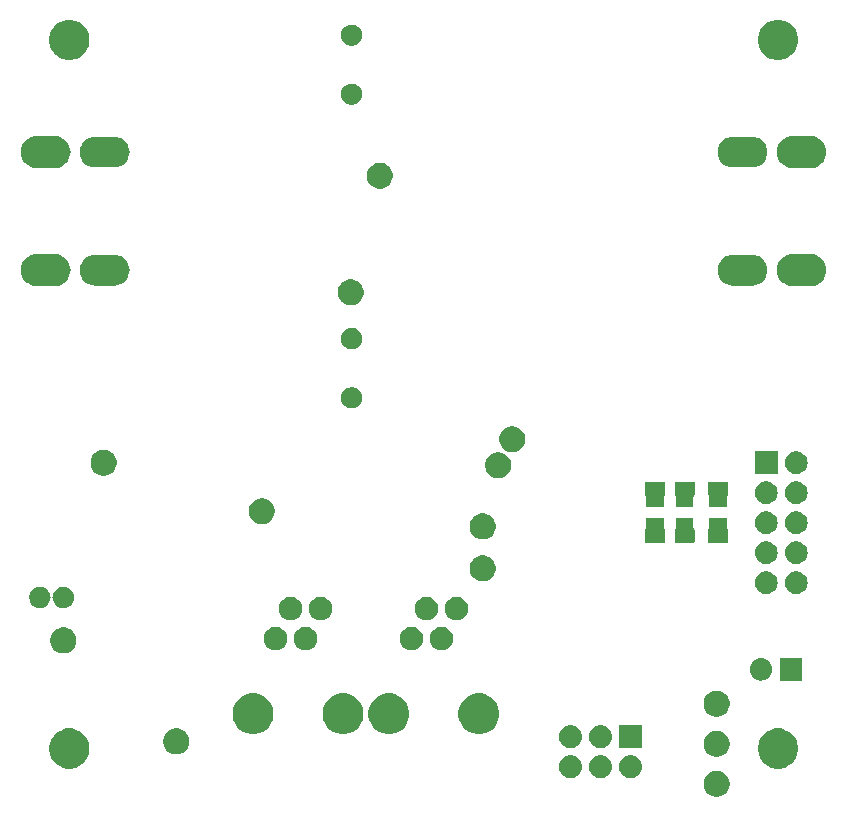
<source format=gbs>
G04 #@! TF.GenerationSoftware,KiCad,Pcbnew,(5.0.2)-1*
G04 #@! TF.CreationDate,2019-05-12T17:51:48+02:00*
G04 #@! TF.ProjectId,MotorDriver,4d6f746f-7244-4726-9976-65722e6b6963,rev?*
G04 #@! TF.SameCoordinates,Original*
G04 #@! TF.FileFunction,Soldermask,Bot*
G04 #@! TF.FilePolarity,Negative*
%FSLAX46Y46*%
G04 Gerber Fmt 4.6, Leading zero omitted, Abs format (unit mm)*
G04 Created by KiCad (PCBNEW (5.0.2)-1) date 12.05.2019 17:51:48*
%MOMM*%
%LPD*%
G01*
G04 APERTURE LIST*
%ADD10C,0.100000*%
G04 APERTURE END LIST*
D10*
G36*
X160120856Y-137442272D02*
X160321045Y-137525193D01*
X160501207Y-137645573D01*
X160654427Y-137798793D01*
X160774807Y-137978955D01*
X160857728Y-138179144D01*
X160900000Y-138391657D01*
X160900000Y-138608343D01*
X160857728Y-138820856D01*
X160774807Y-139021045D01*
X160654427Y-139201207D01*
X160501207Y-139354427D01*
X160321045Y-139474807D01*
X160120856Y-139557728D01*
X159908343Y-139600000D01*
X159691657Y-139600000D01*
X159479144Y-139557728D01*
X159278955Y-139474807D01*
X159098793Y-139354427D01*
X158945573Y-139201207D01*
X158825193Y-139021045D01*
X158742272Y-138820856D01*
X158700000Y-138608343D01*
X158700000Y-138391657D01*
X158742272Y-138179144D01*
X158825193Y-137978955D01*
X158945573Y-137798793D01*
X159098793Y-137645573D01*
X159278955Y-137525193D01*
X159479144Y-137442272D01*
X159691657Y-137400000D01*
X159908343Y-137400000D01*
X160120856Y-137442272D01*
X160120856Y-137442272D01*
G37*
G36*
X152648452Y-136086359D02*
X152688899Y-136090343D01*
X152773449Y-136115991D01*
X152870537Y-136145442D01*
X153037939Y-136234920D01*
X153184665Y-136355335D01*
X153305080Y-136502061D01*
X153394558Y-136669463D01*
X153424009Y-136766551D01*
X153449657Y-136851101D01*
X153449657Y-136851103D01*
X153468263Y-137040000D01*
X153458938Y-137134669D01*
X153449657Y-137228899D01*
X153424009Y-137313449D01*
X153394558Y-137410537D01*
X153305080Y-137577939D01*
X153184665Y-137724665D01*
X153037939Y-137845080D01*
X152870537Y-137934558D01*
X152773449Y-137964009D01*
X152688899Y-137989657D01*
X152648452Y-137993641D01*
X152547339Y-138003600D01*
X152452661Y-138003600D01*
X152351548Y-137993641D01*
X152311101Y-137989657D01*
X152226551Y-137964009D01*
X152129463Y-137934558D01*
X151962061Y-137845080D01*
X151815335Y-137724665D01*
X151694920Y-137577939D01*
X151605442Y-137410537D01*
X151575991Y-137313449D01*
X151550343Y-137228899D01*
X151541062Y-137134669D01*
X151531737Y-137040000D01*
X151550343Y-136851103D01*
X151550343Y-136851101D01*
X151575991Y-136766551D01*
X151605442Y-136669463D01*
X151694920Y-136502061D01*
X151815335Y-136355335D01*
X151962061Y-136234920D01*
X152129463Y-136145442D01*
X152226551Y-136115991D01*
X152311101Y-136090343D01*
X152351548Y-136086359D01*
X152452661Y-136076400D01*
X152547339Y-136076400D01*
X152648452Y-136086359D01*
X152648452Y-136086359D01*
G37*
G36*
X147568452Y-136086359D02*
X147608899Y-136090343D01*
X147693449Y-136115991D01*
X147790537Y-136145442D01*
X147957939Y-136234920D01*
X148104665Y-136355335D01*
X148225080Y-136502061D01*
X148314558Y-136669463D01*
X148344009Y-136766551D01*
X148369657Y-136851101D01*
X148369657Y-136851103D01*
X148388263Y-137040000D01*
X148378938Y-137134669D01*
X148369657Y-137228899D01*
X148344009Y-137313449D01*
X148314558Y-137410537D01*
X148225080Y-137577939D01*
X148104665Y-137724665D01*
X147957939Y-137845080D01*
X147790537Y-137934558D01*
X147693449Y-137964009D01*
X147608899Y-137989657D01*
X147568452Y-137993641D01*
X147467339Y-138003600D01*
X147372661Y-138003600D01*
X147271548Y-137993641D01*
X147231101Y-137989657D01*
X147146551Y-137964009D01*
X147049463Y-137934558D01*
X146882061Y-137845080D01*
X146735335Y-137724665D01*
X146614920Y-137577939D01*
X146525442Y-137410537D01*
X146495991Y-137313449D01*
X146470343Y-137228899D01*
X146461062Y-137134669D01*
X146451737Y-137040000D01*
X146470343Y-136851103D01*
X146470343Y-136851101D01*
X146495991Y-136766551D01*
X146525442Y-136669463D01*
X146614920Y-136502061D01*
X146735335Y-136355335D01*
X146882061Y-136234920D01*
X147049463Y-136145442D01*
X147146551Y-136115991D01*
X147231101Y-136090343D01*
X147271548Y-136086359D01*
X147372661Y-136076400D01*
X147467339Y-136076400D01*
X147568452Y-136086359D01*
X147568452Y-136086359D01*
G37*
G36*
X150108452Y-136086359D02*
X150148899Y-136090343D01*
X150233449Y-136115991D01*
X150330537Y-136145442D01*
X150497939Y-136234920D01*
X150644665Y-136355335D01*
X150765080Y-136502061D01*
X150854558Y-136669463D01*
X150884009Y-136766551D01*
X150909657Y-136851101D01*
X150909657Y-136851103D01*
X150928263Y-137040000D01*
X150918938Y-137134669D01*
X150909657Y-137228899D01*
X150884009Y-137313449D01*
X150854558Y-137410537D01*
X150765080Y-137577939D01*
X150644665Y-137724665D01*
X150497939Y-137845080D01*
X150330537Y-137934558D01*
X150233449Y-137964009D01*
X150148899Y-137989657D01*
X150108452Y-137993641D01*
X150007339Y-138003600D01*
X149912661Y-138003600D01*
X149811548Y-137993641D01*
X149771101Y-137989657D01*
X149686551Y-137964009D01*
X149589463Y-137934558D01*
X149422061Y-137845080D01*
X149275335Y-137724665D01*
X149154920Y-137577939D01*
X149065442Y-137410537D01*
X149035991Y-137313449D01*
X149010343Y-137228899D01*
X149001062Y-137134669D01*
X148991737Y-137040000D01*
X149010343Y-136851103D01*
X149010343Y-136851101D01*
X149035991Y-136766551D01*
X149065442Y-136669463D01*
X149154920Y-136502061D01*
X149275335Y-136355335D01*
X149422061Y-136234920D01*
X149589463Y-136145442D01*
X149686551Y-136115991D01*
X149771101Y-136090343D01*
X149811548Y-136086359D01*
X149912661Y-136076400D01*
X150007339Y-136076400D01*
X150108452Y-136086359D01*
X150108452Y-136086359D01*
G37*
G36*
X165495872Y-133865330D02*
X165495874Y-133865331D01*
X165495875Y-133865331D01*
X165555177Y-133889895D01*
X165805252Y-133993479D01*
X166083687Y-134179523D01*
X166320477Y-134416313D01*
X166506521Y-134694748D01*
X166579335Y-134870537D01*
X166629505Y-134991657D01*
X166634670Y-135004128D01*
X166700000Y-135332565D01*
X166700000Y-135667435D01*
X166634670Y-135995872D01*
X166506521Y-136305252D01*
X166320477Y-136583687D01*
X166083687Y-136820477D01*
X165805252Y-137006521D01*
X165556284Y-137109647D01*
X165495875Y-137134669D01*
X165495874Y-137134669D01*
X165495872Y-137134670D01*
X165167435Y-137200000D01*
X164832565Y-137200000D01*
X164504128Y-137134670D01*
X164504126Y-137134669D01*
X164504125Y-137134669D01*
X164443716Y-137109647D01*
X164194748Y-137006521D01*
X163916313Y-136820477D01*
X163679523Y-136583687D01*
X163493479Y-136305252D01*
X163365330Y-135995872D01*
X163300000Y-135667435D01*
X163300000Y-135332565D01*
X163365330Y-135004128D01*
X163370496Y-134991657D01*
X163420665Y-134870537D01*
X163493479Y-134694748D01*
X163679523Y-134416313D01*
X163916313Y-134179523D01*
X164194748Y-133993479D01*
X164444823Y-133889895D01*
X164504125Y-133865331D01*
X164504126Y-133865331D01*
X164504128Y-133865330D01*
X164832565Y-133800000D01*
X165167435Y-133800000D01*
X165495872Y-133865330D01*
X165495872Y-133865330D01*
G37*
G36*
X105495872Y-133865330D02*
X105495874Y-133865331D01*
X105495875Y-133865331D01*
X105555177Y-133889895D01*
X105805252Y-133993479D01*
X106083687Y-134179523D01*
X106320477Y-134416313D01*
X106506521Y-134694748D01*
X106579335Y-134870537D01*
X106629505Y-134991657D01*
X106634670Y-135004128D01*
X106700000Y-135332565D01*
X106700000Y-135667435D01*
X106634670Y-135995872D01*
X106506521Y-136305252D01*
X106320477Y-136583687D01*
X106083687Y-136820477D01*
X105805252Y-137006521D01*
X105556284Y-137109647D01*
X105495875Y-137134669D01*
X105495874Y-137134669D01*
X105495872Y-137134670D01*
X105167435Y-137200000D01*
X104832565Y-137200000D01*
X104504128Y-137134670D01*
X104504126Y-137134669D01*
X104504125Y-137134669D01*
X104443716Y-137109647D01*
X104194748Y-137006521D01*
X103916313Y-136820477D01*
X103679523Y-136583687D01*
X103493479Y-136305252D01*
X103365330Y-135995872D01*
X103300000Y-135667435D01*
X103300000Y-135332565D01*
X103365330Y-135004128D01*
X103370496Y-134991657D01*
X103420665Y-134870537D01*
X103493479Y-134694748D01*
X103679523Y-134416313D01*
X103916313Y-134179523D01*
X104194748Y-133993479D01*
X104444823Y-133889895D01*
X104504125Y-133865331D01*
X104504126Y-133865331D01*
X104504128Y-133865330D01*
X104832565Y-133800000D01*
X105167435Y-133800000D01*
X105495872Y-133865330D01*
X105495872Y-133865330D01*
G37*
G36*
X160120856Y-134042272D02*
X160321045Y-134125193D01*
X160501207Y-134245573D01*
X160654427Y-134398793D01*
X160774807Y-134578955D01*
X160857728Y-134779144D01*
X160900000Y-134991657D01*
X160900000Y-135208343D01*
X160857728Y-135420856D01*
X160774807Y-135621045D01*
X160654427Y-135801207D01*
X160501207Y-135954427D01*
X160321045Y-136074807D01*
X160120856Y-136157728D01*
X159908343Y-136200000D01*
X159691657Y-136200000D01*
X159479144Y-136157728D01*
X159278955Y-136074807D01*
X159098793Y-135954427D01*
X158945573Y-135801207D01*
X158825193Y-135621045D01*
X158742272Y-135420856D01*
X158700000Y-135208343D01*
X158700000Y-134991657D01*
X158742272Y-134779144D01*
X158825193Y-134578955D01*
X158945573Y-134398793D01*
X159098793Y-134245573D01*
X159278955Y-134125193D01*
X159479144Y-134042272D01*
X159691657Y-134000000D01*
X159908343Y-134000000D01*
X160120856Y-134042272D01*
X160120856Y-134042272D01*
G37*
G36*
X114380856Y-133842272D02*
X114581045Y-133925193D01*
X114761207Y-134045573D01*
X114914427Y-134198793D01*
X115034807Y-134378955D01*
X115117728Y-134579144D01*
X115160000Y-134791657D01*
X115160000Y-135008343D01*
X115117728Y-135220856D01*
X115034807Y-135421045D01*
X114914427Y-135601207D01*
X114761207Y-135754427D01*
X114581045Y-135874807D01*
X114380856Y-135957728D01*
X114168343Y-136000000D01*
X113951657Y-136000000D01*
X113739144Y-135957728D01*
X113538955Y-135874807D01*
X113358793Y-135754427D01*
X113205573Y-135601207D01*
X113085193Y-135421045D01*
X113002272Y-135220856D01*
X112960000Y-135008343D01*
X112960000Y-134791657D01*
X113002272Y-134579144D01*
X113085193Y-134378955D01*
X113205573Y-134198793D01*
X113358793Y-134045573D01*
X113538955Y-133925193D01*
X113739144Y-133842272D01*
X113951657Y-133800000D01*
X114168343Y-133800000D01*
X114380856Y-133842272D01*
X114380856Y-133842272D01*
G37*
G36*
X147568452Y-133546359D02*
X147608899Y-133550343D01*
X147693449Y-133575991D01*
X147790537Y-133605442D01*
X147957939Y-133694920D01*
X148104665Y-133815335D01*
X148225080Y-133962061D01*
X148314558Y-134129463D01*
X148338596Y-134208708D01*
X148369657Y-134311101D01*
X148369657Y-134311103D01*
X148388263Y-134500000D01*
X148380467Y-134579144D01*
X148369657Y-134688899D01*
X148344009Y-134773449D01*
X148314558Y-134870537D01*
X148225080Y-135037939D01*
X148104665Y-135184665D01*
X147957939Y-135305080D01*
X147790537Y-135394558D01*
X147693449Y-135424009D01*
X147608899Y-135449657D01*
X147568452Y-135453641D01*
X147467339Y-135463600D01*
X147372661Y-135463600D01*
X147271548Y-135453641D01*
X147231101Y-135449657D01*
X147146551Y-135424009D01*
X147049463Y-135394558D01*
X146882061Y-135305080D01*
X146735335Y-135184665D01*
X146614920Y-135037939D01*
X146525442Y-134870537D01*
X146495991Y-134773449D01*
X146470343Y-134688899D01*
X146459533Y-134579144D01*
X146451737Y-134500000D01*
X146470343Y-134311103D01*
X146470343Y-134311101D01*
X146501404Y-134208708D01*
X146525442Y-134129463D01*
X146614920Y-133962061D01*
X146735335Y-133815335D01*
X146882061Y-133694920D01*
X147049463Y-133605442D01*
X147146551Y-133575991D01*
X147231101Y-133550343D01*
X147271548Y-133546359D01*
X147372661Y-133536400D01*
X147467339Y-133536400D01*
X147568452Y-133546359D01*
X147568452Y-133546359D01*
G37*
G36*
X150108452Y-133546359D02*
X150148899Y-133550343D01*
X150233449Y-133575991D01*
X150330537Y-133605442D01*
X150497939Y-133694920D01*
X150644665Y-133815335D01*
X150765080Y-133962061D01*
X150854558Y-134129463D01*
X150878596Y-134208708D01*
X150909657Y-134311101D01*
X150909657Y-134311103D01*
X150928263Y-134500000D01*
X150920467Y-134579144D01*
X150909657Y-134688899D01*
X150884009Y-134773449D01*
X150854558Y-134870537D01*
X150765080Y-135037939D01*
X150644665Y-135184665D01*
X150497939Y-135305080D01*
X150330537Y-135394558D01*
X150233449Y-135424009D01*
X150148899Y-135449657D01*
X150108452Y-135453641D01*
X150007339Y-135463600D01*
X149912661Y-135463600D01*
X149811548Y-135453641D01*
X149771101Y-135449657D01*
X149686551Y-135424009D01*
X149589463Y-135394558D01*
X149422061Y-135305080D01*
X149275335Y-135184665D01*
X149154920Y-135037939D01*
X149065442Y-134870537D01*
X149035991Y-134773449D01*
X149010343Y-134688899D01*
X148999533Y-134579144D01*
X148991737Y-134500000D01*
X149010343Y-134311103D01*
X149010343Y-134311101D01*
X149041404Y-134208708D01*
X149065442Y-134129463D01*
X149154920Y-133962061D01*
X149275335Y-133815335D01*
X149422061Y-133694920D01*
X149589463Y-133605442D01*
X149686551Y-133575991D01*
X149771101Y-133550343D01*
X149811548Y-133546359D01*
X149912661Y-133536400D01*
X150007339Y-133536400D01*
X150108452Y-133546359D01*
X150108452Y-133546359D01*
G37*
G36*
X153463600Y-135463600D02*
X151536400Y-135463600D01*
X151536400Y-133536400D01*
X153463600Y-133536400D01*
X153463600Y-135463600D01*
X153463600Y-135463600D01*
G37*
G36*
X140173164Y-130891290D02*
X140487094Y-131021324D01*
X140769624Y-131210105D01*
X141009895Y-131450376D01*
X141198676Y-131732906D01*
X141328710Y-132046836D01*
X141395000Y-132380102D01*
X141395000Y-132719898D01*
X141328710Y-133053164D01*
X141198676Y-133367094D01*
X141009895Y-133649624D01*
X140769624Y-133889895D01*
X140487094Y-134078676D01*
X140173164Y-134208710D01*
X139839898Y-134275000D01*
X139500102Y-134275000D01*
X139166836Y-134208710D01*
X138852906Y-134078676D01*
X138570376Y-133889895D01*
X138330105Y-133649624D01*
X138141324Y-133367094D01*
X138011290Y-133053164D01*
X137945000Y-132719898D01*
X137945000Y-132380102D01*
X138011290Y-132046836D01*
X138141324Y-131732906D01*
X138330105Y-131450376D01*
X138570376Y-131210105D01*
X138852906Y-131021324D01*
X139166836Y-130891290D01*
X139500102Y-130825000D01*
X139839898Y-130825000D01*
X140173164Y-130891290D01*
X140173164Y-130891290D01*
G37*
G36*
X132553164Y-130891290D02*
X132867094Y-131021324D01*
X133149624Y-131210105D01*
X133389895Y-131450376D01*
X133578676Y-131732906D01*
X133708710Y-132046836D01*
X133775000Y-132380102D01*
X133775000Y-132719898D01*
X133708710Y-133053164D01*
X133578676Y-133367094D01*
X133389895Y-133649624D01*
X133149624Y-133889895D01*
X132867094Y-134078676D01*
X132553164Y-134208710D01*
X132219898Y-134275000D01*
X131880102Y-134275000D01*
X131546836Y-134208710D01*
X131232906Y-134078676D01*
X130950376Y-133889895D01*
X130710105Y-133649624D01*
X130521324Y-133367094D01*
X130391290Y-133053164D01*
X130325000Y-132719898D01*
X130325000Y-132380102D01*
X130391290Y-132046836D01*
X130521324Y-131732906D01*
X130710105Y-131450376D01*
X130950376Y-131210105D01*
X131232906Y-131021324D01*
X131546836Y-130891290D01*
X131880102Y-130825000D01*
X132219898Y-130825000D01*
X132553164Y-130891290D01*
X132553164Y-130891290D01*
G37*
G36*
X128673164Y-130891290D02*
X128987094Y-131021324D01*
X129269624Y-131210105D01*
X129509895Y-131450376D01*
X129698676Y-131732906D01*
X129828710Y-132046836D01*
X129895000Y-132380102D01*
X129895000Y-132719898D01*
X129828710Y-133053164D01*
X129698676Y-133367094D01*
X129509895Y-133649624D01*
X129269624Y-133889895D01*
X128987094Y-134078676D01*
X128673164Y-134208710D01*
X128339898Y-134275000D01*
X128000102Y-134275000D01*
X127666836Y-134208710D01*
X127352906Y-134078676D01*
X127070376Y-133889895D01*
X126830105Y-133649624D01*
X126641324Y-133367094D01*
X126511290Y-133053164D01*
X126445000Y-132719898D01*
X126445000Y-132380102D01*
X126511290Y-132046836D01*
X126641324Y-131732906D01*
X126830105Y-131450376D01*
X127070376Y-131210105D01*
X127352906Y-131021324D01*
X127666836Y-130891290D01*
X128000102Y-130825000D01*
X128339898Y-130825000D01*
X128673164Y-130891290D01*
X128673164Y-130891290D01*
G37*
G36*
X121053164Y-130891290D02*
X121367094Y-131021324D01*
X121649624Y-131210105D01*
X121889895Y-131450376D01*
X122078676Y-131732906D01*
X122208710Y-132046836D01*
X122275000Y-132380102D01*
X122275000Y-132719898D01*
X122208710Y-133053164D01*
X122078676Y-133367094D01*
X121889895Y-133649624D01*
X121649624Y-133889895D01*
X121367094Y-134078676D01*
X121053164Y-134208710D01*
X120719898Y-134275000D01*
X120380102Y-134275000D01*
X120046836Y-134208710D01*
X119732906Y-134078676D01*
X119450376Y-133889895D01*
X119210105Y-133649624D01*
X119021324Y-133367094D01*
X118891290Y-133053164D01*
X118825000Y-132719898D01*
X118825000Y-132380102D01*
X118891290Y-132046836D01*
X119021324Y-131732906D01*
X119210105Y-131450376D01*
X119450376Y-131210105D01*
X119732906Y-131021324D01*
X120046836Y-130891290D01*
X120380102Y-130825000D01*
X120719898Y-130825000D01*
X121053164Y-130891290D01*
X121053164Y-130891290D01*
G37*
G36*
X160120856Y-130642272D02*
X160321045Y-130725193D01*
X160501207Y-130845573D01*
X160654427Y-130998793D01*
X160774807Y-131178955D01*
X160857728Y-131379144D01*
X160900000Y-131591657D01*
X160900000Y-131808343D01*
X160857728Y-132020856D01*
X160774807Y-132221045D01*
X160654427Y-132401207D01*
X160501207Y-132554427D01*
X160321045Y-132674807D01*
X160120856Y-132757728D01*
X159908343Y-132800000D01*
X159691657Y-132800000D01*
X159479144Y-132757728D01*
X159278955Y-132674807D01*
X159098793Y-132554427D01*
X158945573Y-132401207D01*
X158825193Y-132221045D01*
X158742272Y-132020856D01*
X158700000Y-131808343D01*
X158700000Y-131591657D01*
X158742272Y-131379144D01*
X158825193Y-131178955D01*
X158945573Y-130998793D01*
X159098793Y-130845573D01*
X159278955Y-130725193D01*
X159479144Y-130642272D01*
X159691657Y-130600000D01*
X159908343Y-130600000D01*
X160120856Y-130642272D01*
X160120856Y-130642272D01*
G37*
G36*
X163722971Y-127861455D02*
X163746232Y-127863746D01*
X163925308Y-127918068D01*
X164090345Y-128006282D01*
X164235001Y-128124999D01*
X164353718Y-128269655D01*
X164441932Y-128434692D01*
X164441932Y-128434693D01*
X164496254Y-128613769D01*
X164514597Y-128800000D01*
X164497899Y-128969534D01*
X164496254Y-128986232D01*
X164441932Y-129165308D01*
X164353718Y-129330345D01*
X164235001Y-129475001D01*
X164090345Y-129593718D01*
X163925308Y-129681932D01*
X163746232Y-129736254D01*
X163722971Y-129738545D01*
X163606670Y-129750000D01*
X163513330Y-129750000D01*
X163397029Y-129738545D01*
X163373768Y-129736254D01*
X163194692Y-129681932D01*
X163029655Y-129593718D01*
X162884999Y-129475001D01*
X162766282Y-129330345D01*
X162678068Y-129165308D01*
X162623746Y-128986232D01*
X162622101Y-128969534D01*
X162605403Y-128800000D01*
X162623746Y-128613769D01*
X162678068Y-128434693D01*
X162678068Y-128434692D01*
X162766282Y-128269655D01*
X162884999Y-128124999D01*
X163029655Y-128006282D01*
X163194692Y-127918068D01*
X163373768Y-127863746D01*
X163397029Y-127861455D01*
X163513330Y-127850000D01*
X163606670Y-127850000D01*
X163722971Y-127861455D01*
X163722971Y-127861455D01*
G37*
G36*
X167050000Y-129750000D02*
X165150000Y-129750000D01*
X165150000Y-127850000D01*
X167050000Y-127850000D01*
X167050000Y-129750000D01*
X167050000Y-129750000D01*
G37*
G36*
X104820856Y-125292272D02*
X105021045Y-125375193D01*
X105201207Y-125495573D01*
X105354427Y-125648793D01*
X105474807Y-125828955D01*
X105557728Y-126029144D01*
X105600000Y-126241657D01*
X105600000Y-126458343D01*
X105557728Y-126670856D01*
X105474807Y-126871045D01*
X105354427Y-127051207D01*
X105201207Y-127204427D01*
X105021045Y-127324807D01*
X104820856Y-127407728D01*
X104608343Y-127450000D01*
X104391657Y-127450000D01*
X104179144Y-127407728D01*
X103978955Y-127324807D01*
X103798793Y-127204427D01*
X103645573Y-127051207D01*
X103525193Y-126871045D01*
X103442272Y-126670856D01*
X103400000Y-126458343D01*
X103400000Y-126241657D01*
X103442272Y-126029144D01*
X103525193Y-125828955D01*
X103645573Y-125648793D01*
X103798793Y-125495573D01*
X103978955Y-125375193D01*
X104179144Y-125292272D01*
X104391657Y-125250000D01*
X104608343Y-125250000D01*
X104820856Y-125292272D01*
X104820856Y-125292272D01*
G37*
G36*
X122674410Y-125223057D02*
X122751689Y-125238429D01*
X122933678Y-125313811D01*
X123097463Y-125423249D01*
X123236751Y-125562537D01*
X123346189Y-125726322D01*
X123421571Y-125908311D01*
X123421571Y-125908313D01*
X123460000Y-126101506D01*
X123460000Y-126298494D01*
X123436943Y-126414410D01*
X123421571Y-126491689D01*
X123346189Y-126673678D01*
X123236751Y-126837463D01*
X123097463Y-126976751D01*
X122933678Y-127086189D01*
X122751689Y-127161571D01*
X122674410Y-127176943D01*
X122558494Y-127200000D01*
X122361506Y-127200000D01*
X122245590Y-127176943D01*
X122168311Y-127161571D01*
X121986322Y-127086189D01*
X121822537Y-126976751D01*
X121683249Y-126837463D01*
X121573811Y-126673678D01*
X121498429Y-126491689D01*
X121483057Y-126414410D01*
X121460000Y-126298494D01*
X121460000Y-126101506D01*
X121498429Y-125908313D01*
X121498429Y-125908311D01*
X121573811Y-125726322D01*
X121683249Y-125562537D01*
X121822537Y-125423249D01*
X121986322Y-125313811D01*
X122168311Y-125238429D01*
X122245590Y-125223057D01*
X122361506Y-125200000D01*
X122558494Y-125200000D01*
X122674410Y-125223057D01*
X122674410Y-125223057D01*
G37*
G36*
X136714410Y-125223057D02*
X136791689Y-125238429D01*
X136973678Y-125313811D01*
X137137463Y-125423249D01*
X137276751Y-125562537D01*
X137386189Y-125726322D01*
X137461571Y-125908311D01*
X137461571Y-125908313D01*
X137500000Y-126101506D01*
X137500000Y-126298494D01*
X137476943Y-126414410D01*
X137461571Y-126491689D01*
X137386189Y-126673678D01*
X137276751Y-126837463D01*
X137137463Y-126976751D01*
X136973678Y-127086189D01*
X136791689Y-127161571D01*
X136714410Y-127176943D01*
X136598494Y-127200000D01*
X136401506Y-127200000D01*
X136285590Y-127176943D01*
X136208311Y-127161571D01*
X136026322Y-127086189D01*
X135862537Y-126976751D01*
X135723249Y-126837463D01*
X135613811Y-126673678D01*
X135538429Y-126491689D01*
X135523057Y-126414410D01*
X135500000Y-126298494D01*
X135500000Y-126101506D01*
X135538429Y-125908313D01*
X135538429Y-125908311D01*
X135613811Y-125726322D01*
X135723249Y-125562537D01*
X135862537Y-125423249D01*
X136026322Y-125313811D01*
X136208311Y-125238429D01*
X136285590Y-125223057D01*
X136401506Y-125200000D01*
X136598494Y-125200000D01*
X136714410Y-125223057D01*
X136714410Y-125223057D01*
G37*
G36*
X134174410Y-125223057D02*
X134251689Y-125238429D01*
X134433678Y-125313811D01*
X134597463Y-125423249D01*
X134736751Y-125562537D01*
X134846189Y-125726322D01*
X134921571Y-125908311D01*
X134921571Y-125908313D01*
X134960000Y-126101506D01*
X134960000Y-126298494D01*
X134936943Y-126414410D01*
X134921571Y-126491689D01*
X134846189Y-126673678D01*
X134736751Y-126837463D01*
X134597463Y-126976751D01*
X134433678Y-127086189D01*
X134251689Y-127161571D01*
X134174410Y-127176943D01*
X134058494Y-127200000D01*
X133861506Y-127200000D01*
X133745590Y-127176943D01*
X133668311Y-127161571D01*
X133486322Y-127086189D01*
X133322537Y-126976751D01*
X133183249Y-126837463D01*
X133073811Y-126673678D01*
X132998429Y-126491689D01*
X132983057Y-126414410D01*
X132960000Y-126298494D01*
X132960000Y-126101506D01*
X132998429Y-125908313D01*
X132998429Y-125908311D01*
X133073811Y-125726322D01*
X133183249Y-125562537D01*
X133322537Y-125423249D01*
X133486322Y-125313811D01*
X133668311Y-125238429D01*
X133745590Y-125223057D01*
X133861506Y-125200000D01*
X134058494Y-125200000D01*
X134174410Y-125223057D01*
X134174410Y-125223057D01*
G37*
G36*
X125214410Y-125223057D02*
X125291689Y-125238429D01*
X125473678Y-125313811D01*
X125637463Y-125423249D01*
X125776751Y-125562537D01*
X125886189Y-125726322D01*
X125961571Y-125908311D01*
X125961571Y-125908313D01*
X126000000Y-126101506D01*
X126000000Y-126298494D01*
X125976943Y-126414410D01*
X125961571Y-126491689D01*
X125886189Y-126673678D01*
X125776751Y-126837463D01*
X125637463Y-126976751D01*
X125473678Y-127086189D01*
X125291689Y-127161571D01*
X125214410Y-127176943D01*
X125098494Y-127200000D01*
X124901506Y-127200000D01*
X124785590Y-127176943D01*
X124708311Y-127161571D01*
X124526322Y-127086189D01*
X124362537Y-126976751D01*
X124223249Y-126837463D01*
X124113811Y-126673678D01*
X124038429Y-126491689D01*
X124023057Y-126414410D01*
X124000000Y-126298494D01*
X124000000Y-126101506D01*
X124038429Y-125908313D01*
X124038429Y-125908311D01*
X124113811Y-125726322D01*
X124223249Y-125562537D01*
X124362537Y-125423249D01*
X124526322Y-125313811D01*
X124708311Y-125238429D01*
X124785590Y-125223057D01*
X124901506Y-125200000D01*
X125098494Y-125200000D01*
X125214410Y-125223057D01*
X125214410Y-125223057D01*
G37*
G36*
X123944410Y-122683057D02*
X124021689Y-122698429D01*
X124203678Y-122773811D01*
X124367463Y-122883249D01*
X124506751Y-123022537D01*
X124616189Y-123186322D01*
X124691571Y-123368311D01*
X124706943Y-123445590D01*
X124730000Y-123561506D01*
X124730000Y-123758494D01*
X124706943Y-123874410D01*
X124691571Y-123951689D01*
X124616189Y-124133678D01*
X124506751Y-124297463D01*
X124367463Y-124436751D01*
X124203678Y-124546189D01*
X124021689Y-124621571D01*
X123944410Y-124636943D01*
X123828494Y-124660000D01*
X123631506Y-124660000D01*
X123515590Y-124636943D01*
X123438311Y-124621571D01*
X123256322Y-124546189D01*
X123092537Y-124436751D01*
X122953249Y-124297463D01*
X122843811Y-124133678D01*
X122768429Y-123951689D01*
X122753057Y-123874410D01*
X122730000Y-123758494D01*
X122730000Y-123561506D01*
X122753057Y-123445590D01*
X122768429Y-123368311D01*
X122843811Y-123186322D01*
X122953249Y-123022537D01*
X123092537Y-122883249D01*
X123256322Y-122773811D01*
X123438311Y-122698429D01*
X123515590Y-122683057D01*
X123631506Y-122660000D01*
X123828494Y-122660000D01*
X123944410Y-122683057D01*
X123944410Y-122683057D01*
G37*
G36*
X126484410Y-122683057D02*
X126561689Y-122698429D01*
X126743678Y-122773811D01*
X126907463Y-122883249D01*
X127046751Y-123022537D01*
X127156189Y-123186322D01*
X127231571Y-123368311D01*
X127246943Y-123445590D01*
X127270000Y-123561506D01*
X127270000Y-123758494D01*
X127246943Y-123874410D01*
X127231571Y-123951689D01*
X127156189Y-124133678D01*
X127046751Y-124297463D01*
X126907463Y-124436751D01*
X126743678Y-124546189D01*
X126561689Y-124621571D01*
X126484410Y-124636943D01*
X126368494Y-124660000D01*
X126171506Y-124660000D01*
X126055590Y-124636943D01*
X125978311Y-124621571D01*
X125796322Y-124546189D01*
X125632537Y-124436751D01*
X125493249Y-124297463D01*
X125383811Y-124133678D01*
X125308429Y-123951689D01*
X125293057Y-123874410D01*
X125270000Y-123758494D01*
X125270000Y-123561506D01*
X125293057Y-123445590D01*
X125308429Y-123368311D01*
X125383811Y-123186322D01*
X125493249Y-123022537D01*
X125632537Y-122883249D01*
X125796322Y-122773811D01*
X125978311Y-122698429D01*
X126055590Y-122683057D01*
X126171506Y-122660000D01*
X126368494Y-122660000D01*
X126484410Y-122683057D01*
X126484410Y-122683057D01*
G37*
G36*
X135444410Y-122683057D02*
X135521689Y-122698429D01*
X135703678Y-122773811D01*
X135867463Y-122883249D01*
X136006751Y-123022537D01*
X136116189Y-123186322D01*
X136191571Y-123368311D01*
X136206943Y-123445590D01*
X136230000Y-123561506D01*
X136230000Y-123758494D01*
X136206943Y-123874410D01*
X136191571Y-123951689D01*
X136116189Y-124133678D01*
X136006751Y-124297463D01*
X135867463Y-124436751D01*
X135703678Y-124546189D01*
X135521689Y-124621571D01*
X135444410Y-124636943D01*
X135328494Y-124660000D01*
X135131506Y-124660000D01*
X135015590Y-124636943D01*
X134938311Y-124621571D01*
X134756322Y-124546189D01*
X134592537Y-124436751D01*
X134453249Y-124297463D01*
X134343811Y-124133678D01*
X134268429Y-123951689D01*
X134253057Y-123874410D01*
X134230000Y-123758494D01*
X134230000Y-123561506D01*
X134253057Y-123445590D01*
X134268429Y-123368311D01*
X134343811Y-123186322D01*
X134453249Y-123022537D01*
X134592537Y-122883249D01*
X134756322Y-122773811D01*
X134938311Y-122698429D01*
X135015590Y-122683057D01*
X135131506Y-122660000D01*
X135328494Y-122660000D01*
X135444410Y-122683057D01*
X135444410Y-122683057D01*
G37*
G36*
X137984410Y-122683057D02*
X138061689Y-122698429D01*
X138243678Y-122773811D01*
X138407463Y-122883249D01*
X138546751Y-123022537D01*
X138656189Y-123186322D01*
X138731571Y-123368311D01*
X138746943Y-123445590D01*
X138770000Y-123561506D01*
X138770000Y-123758494D01*
X138746943Y-123874410D01*
X138731571Y-123951689D01*
X138656189Y-124133678D01*
X138546751Y-124297463D01*
X138407463Y-124436751D01*
X138243678Y-124546189D01*
X138061689Y-124621571D01*
X137984410Y-124636943D01*
X137868494Y-124660000D01*
X137671506Y-124660000D01*
X137555590Y-124636943D01*
X137478311Y-124621571D01*
X137296322Y-124546189D01*
X137132537Y-124436751D01*
X136993249Y-124297463D01*
X136883811Y-124133678D01*
X136808429Y-123951689D01*
X136793057Y-123874410D01*
X136770000Y-123758494D01*
X136770000Y-123561506D01*
X136793057Y-123445590D01*
X136808429Y-123368311D01*
X136883811Y-123186322D01*
X136993249Y-123022537D01*
X137132537Y-122883249D01*
X137296322Y-122773811D01*
X137478311Y-122698429D01*
X137555590Y-122683057D01*
X137671506Y-122660000D01*
X137868494Y-122660000D01*
X137984410Y-122683057D01*
X137984410Y-122683057D01*
G37*
G36*
X102762520Y-121834586D02*
X102762522Y-121834587D01*
X102762523Y-121834587D01*
X102926310Y-121902430D01*
X103073717Y-122000924D01*
X103199076Y-122126283D01*
X103199077Y-122126285D01*
X103297570Y-122273690D01*
X103365413Y-122437477D01*
X103401921Y-122621018D01*
X103407612Y-122639777D01*
X103416853Y-122657066D01*
X103429289Y-122672220D01*
X103444443Y-122684656D01*
X103461731Y-122693897D01*
X103480491Y-122699587D01*
X103484679Y-122700000D01*
X103480491Y-122700412D01*
X103461732Y-122706103D01*
X103444443Y-122715344D01*
X103429289Y-122727780D01*
X103416853Y-122742934D01*
X103407612Y-122760222D01*
X103401921Y-122778982D01*
X103400000Y-122788640D01*
X103400000Y-122788642D01*
X103365414Y-122962520D01*
X103297570Y-123126310D01*
X103199076Y-123273717D01*
X103073717Y-123399076D01*
X102926310Y-123497570D01*
X102762523Y-123565413D01*
X102762522Y-123565413D01*
X102762520Y-123565414D01*
X102588642Y-123600000D01*
X102411358Y-123600000D01*
X102237480Y-123565414D01*
X102237478Y-123565413D01*
X102237477Y-123565413D01*
X102073690Y-123497570D01*
X101926283Y-123399076D01*
X101800924Y-123273717D01*
X101702430Y-123126310D01*
X101634586Y-122962520D01*
X101600000Y-122788642D01*
X101600000Y-122611358D01*
X101634586Y-122437480D01*
X101646111Y-122409657D01*
X101702430Y-122273690D01*
X101800923Y-122126285D01*
X101800924Y-122126283D01*
X101926283Y-122000924D01*
X102073690Y-121902430D01*
X102237477Y-121834587D01*
X102237478Y-121834587D01*
X102237480Y-121834586D01*
X102411358Y-121800000D01*
X102588642Y-121800000D01*
X102762520Y-121834586D01*
X102762520Y-121834586D01*
G37*
G36*
X104762520Y-121834586D02*
X104762522Y-121834587D01*
X104762523Y-121834587D01*
X104926310Y-121902430D01*
X105073717Y-122000924D01*
X105199076Y-122126283D01*
X105199077Y-122126285D01*
X105297570Y-122273690D01*
X105353890Y-122409657D01*
X105365414Y-122437480D01*
X105400000Y-122611358D01*
X105400000Y-122788642D01*
X105365414Y-122962520D01*
X105297570Y-123126310D01*
X105199076Y-123273717D01*
X105073717Y-123399076D01*
X104926310Y-123497570D01*
X104762523Y-123565413D01*
X104762522Y-123565413D01*
X104762520Y-123565414D01*
X104588642Y-123600000D01*
X104411358Y-123600000D01*
X104237480Y-123565414D01*
X104237478Y-123565413D01*
X104237477Y-123565413D01*
X104073690Y-123497570D01*
X103926283Y-123399076D01*
X103800924Y-123273717D01*
X103702430Y-123126310D01*
X103634586Y-122962520D01*
X103600000Y-122788642D01*
X103600000Y-122788640D01*
X103598079Y-122778982D01*
X103592388Y-122760223D01*
X103583147Y-122742934D01*
X103570711Y-122727780D01*
X103555557Y-122715344D01*
X103538269Y-122706103D01*
X103519509Y-122700413D01*
X103515321Y-122700000D01*
X103519509Y-122699588D01*
X103538268Y-122693897D01*
X103555557Y-122684656D01*
X103570711Y-122672220D01*
X103583147Y-122657066D01*
X103592388Y-122639778D01*
X103598079Y-122621018D01*
X103634587Y-122437477D01*
X103702430Y-122273690D01*
X103800923Y-122126285D01*
X103800924Y-122126283D01*
X103926283Y-122000924D01*
X104073690Y-121902430D01*
X104237477Y-121834587D01*
X104237478Y-121834587D01*
X104237480Y-121834586D01*
X104411358Y-121800000D01*
X104588642Y-121800000D01*
X104762520Y-121834586D01*
X104762520Y-121834586D01*
G37*
G36*
X166688452Y-120506359D02*
X166728899Y-120510343D01*
X166813449Y-120535991D01*
X166910537Y-120565442D01*
X167077939Y-120654920D01*
X167224665Y-120775335D01*
X167345080Y-120922061D01*
X167434558Y-121089463D01*
X167439097Y-121104427D01*
X167489657Y-121271101D01*
X167489657Y-121271103D01*
X167508263Y-121460000D01*
X167492719Y-121617811D01*
X167489657Y-121648899D01*
X167464009Y-121733449D01*
X167434558Y-121830537D01*
X167345080Y-121997939D01*
X167224665Y-122144665D01*
X167077939Y-122265080D01*
X166910537Y-122354558D01*
X166813449Y-122384009D01*
X166728899Y-122409657D01*
X166688452Y-122413641D01*
X166587339Y-122423600D01*
X166492661Y-122423600D01*
X166391548Y-122413641D01*
X166351101Y-122409657D01*
X166266551Y-122384009D01*
X166169463Y-122354558D01*
X166002061Y-122265080D01*
X165855335Y-122144665D01*
X165734920Y-121997939D01*
X165645442Y-121830537D01*
X165615991Y-121733449D01*
X165590343Y-121648899D01*
X165587281Y-121617811D01*
X165571737Y-121460000D01*
X165590343Y-121271103D01*
X165590343Y-121271101D01*
X165640903Y-121104427D01*
X165645442Y-121089463D01*
X165734920Y-120922061D01*
X165855335Y-120775335D01*
X166002061Y-120654920D01*
X166169463Y-120565442D01*
X166266551Y-120535991D01*
X166351101Y-120510343D01*
X166391548Y-120506359D01*
X166492661Y-120496400D01*
X166587339Y-120496400D01*
X166688452Y-120506359D01*
X166688452Y-120506359D01*
G37*
G36*
X164148452Y-120506359D02*
X164188899Y-120510343D01*
X164273449Y-120535991D01*
X164370537Y-120565442D01*
X164537939Y-120654920D01*
X164684665Y-120775335D01*
X164805080Y-120922061D01*
X164894558Y-121089463D01*
X164899097Y-121104427D01*
X164949657Y-121271101D01*
X164949657Y-121271103D01*
X164968263Y-121460000D01*
X164952719Y-121617811D01*
X164949657Y-121648899D01*
X164924009Y-121733449D01*
X164894558Y-121830537D01*
X164805080Y-121997939D01*
X164684665Y-122144665D01*
X164537939Y-122265080D01*
X164370537Y-122354558D01*
X164273449Y-122384009D01*
X164188899Y-122409657D01*
X164148452Y-122413641D01*
X164047339Y-122423600D01*
X163952661Y-122423600D01*
X163851548Y-122413641D01*
X163811101Y-122409657D01*
X163726551Y-122384009D01*
X163629463Y-122354558D01*
X163462061Y-122265080D01*
X163315335Y-122144665D01*
X163194920Y-121997939D01*
X163105442Y-121830537D01*
X163075991Y-121733449D01*
X163050343Y-121648899D01*
X163047281Y-121617811D01*
X163031737Y-121460000D01*
X163050343Y-121271103D01*
X163050343Y-121271101D01*
X163100903Y-121104427D01*
X163105442Y-121089463D01*
X163194920Y-120922061D01*
X163315335Y-120775335D01*
X163462061Y-120654920D01*
X163629463Y-120565442D01*
X163726551Y-120535991D01*
X163811101Y-120510343D01*
X163851548Y-120506359D01*
X163952661Y-120496400D01*
X164047339Y-120496400D01*
X164148452Y-120506359D01*
X164148452Y-120506359D01*
G37*
G36*
X140320856Y-119192272D02*
X140521045Y-119275193D01*
X140701207Y-119395573D01*
X140854427Y-119548793D01*
X140974807Y-119728955D01*
X141057728Y-119929144D01*
X141100000Y-120141657D01*
X141100000Y-120358343D01*
X141057728Y-120570856D01*
X140974807Y-120771045D01*
X140854427Y-120951207D01*
X140701207Y-121104427D01*
X140521045Y-121224807D01*
X140320856Y-121307728D01*
X140108343Y-121350000D01*
X139891657Y-121350000D01*
X139679144Y-121307728D01*
X139478955Y-121224807D01*
X139298793Y-121104427D01*
X139145573Y-120951207D01*
X139025193Y-120771045D01*
X138942272Y-120570856D01*
X138900000Y-120358343D01*
X138900000Y-120141657D01*
X138942272Y-119929144D01*
X139025193Y-119728955D01*
X139145573Y-119548793D01*
X139298793Y-119395573D01*
X139478955Y-119275193D01*
X139679144Y-119192272D01*
X139891657Y-119150000D01*
X140108343Y-119150000D01*
X140320856Y-119192272D01*
X140320856Y-119192272D01*
G37*
G36*
X164148452Y-117966359D02*
X164188899Y-117970343D01*
X164270478Y-117995090D01*
X164370537Y-118025442D01*
X164537939Y-118114920D01*
X164684665Y-118235335D01*
X164805080Y-118382061D01*
X164894558Y-118549463D01*
X164924009Y-118646551D01*
X164949657Y-118731101D01*
X164949657Y-118731103D01*
X164968263Y-118920000D01*
X164952719Y-119077811D01*
X164949657Y-119108899D01*
X164937189Y-119150000D01*
X164894558Y-119290537D01*
X164805080Y-119457939D01*
X164684665Y-119604665D01*
X164537939Y-119725080D01*
X164370537Y-119814558D01*
X164273449Y-119844009D01*
X164188899Y-119869657D01*
X164148452Y-119873641D01*
X164047339Y-119883600D01*
X163952661Y-119883600D01*
X163851548Y-119873641D01*
X163811101Y-119869657D01*
X163726551Y-119844009D01*
X163629463Y-119814558D01*
X163462061Y-119725080D01*
X163315335Y-119604665D01*
X163194920Y-119457939D01*
X163105442Y-119290537D01*
X163062811Y-119150000D01*
X163050343Y-119108899D01*
X163047281Y-119077811D01*
X163031737Y-118920000D01*
X163050343Y-118731103D01*
X163050343Y-118731101D01*
X163075991Y-118646551D01*
X163105442Y-118549463D01*
X163194920Y-118382061D01*
X163315335Y-118235335D01*
X163462061Y-118114920D01*
X163629463Y-118025442D01*
X163729522Y-117995090D01*
X163811101Y-117970343D01*
X163851548Y-117966359D01*
X163952661Y-117956400D01*
X164047339Y-117956400D01*
X164148452Y-117966359D01*
X164148452Y-117966359D01*
G37*
G36*
X166688452Y-117966359D02*
X166728899Y-117970343D01*
X166810478Y-117995090D01*
X166910537Y-118025442D01*
X167077939Y-118114920D01*
X167224665Y-118235335D01*
X167345080Y-118382061D01*
X167434558Y-118549463D01*
X167464009Y-118646551D01*
X167489657Y-118731101D01*
X167489657Y-118731103D01*
X167508263Y-118920000D01*
X167492719Y-119077811D01*
X167489657Y-119108899D01*
X167477189Y-119150000D01*
X167434558Y-119290537D01*
X167345080Y-119457939D01*
X167224665Y-119604665D01*
X167077939Y-119725080D01*
X166910537Y-119814558D01*
X166813449Y-119844009D01*
X166728899Y-119869657D01*
X166688452Y-119873641D01*
X166587339Y-119883600D01*
X166492661Y-119883600D01*
X166391548Y-119873641D01*
X166351101Y-119869657D01*
X166266551Y-119844009D01*
X166169463Y-119814558D01*
X166002061Y-119725080D01*
X165855335Y-119604665D01*
X165734920Y-119457939D01*
X165645442Y-119290537D01*
X165602811Y-119150000D01*
X165590343Y-119108899D01*
X165587281Y-119077811D01*
X165571737Y-118920000D01*
X165590343Y-118731103D01*
X165590343Y-118731101D01*
X165615991Y-118646551D01*
X165645442Y-118549463D01*
X165734920Y-118382061D01*
X165855335Y-118235335D01*
X166002061Y-118114920D01*
X166169463Y-118025442D01*
X166269522Y-117995090D01*
X166351101Y-117970343D01*
X166391548Y-117966359D01*
X166492661Y-117956400D01*
X166587339Y-117956400D01*
X166688452Y-117966359D01*
X166688452Y-117966359D01*
G37*
G36*
X157850000Y-116825134D02*
X157851921Y-116844643D01*
X157857612Y-116863402D01*
X157866853Y-116880691D01*
X157879289Y-116895845D01*
X157894532Y-116908340D01*
X157901922Y-116913267D01*
X157920975Y-116928869D01*
X157920979Y-116928873D01*
X157933491Y-116944087D01*
X157942795Y-116961449D01*
X157948533Y-116980293D01*
X157950484Y-117000000D01*
X157950484Y-117000050D01*
X157950968Y-117004937D01*
X157950968Y-117995090D01*
X157950484Y-118000000D01*
X157948553Y-118019603D01*
X157942835Y-118038454D01*
X157935277Y-118052593D01*
X157933547Y-118055830D01*
X157921053Y-118071053D01*
X157905830Y-118083547D01*
X157905826Y-118083549D01*
X157888454Y-118092835D01*
X157869603Y-118098553D01*
X157864081Y-118099097D01*
X157845090Y-118100968D01*
X156354910Y-118100968D01*
X156335919Y-118099097D01*
X156330397Y-118098553D01*
X156311546Y-118092835D01*
X156294174Y-118083549D01*
X156294170Y-118083547D01*
X156278947Y-118071053D01*
X156266453Y-118055830D01*
X156264723Y-118052593D01*
X156257165Y-118038454D01*
X156251447Y-118019603D01*
X156249516Y-118000000D01*
X156249032Y-117995090D01*
X156249032Y-117004910D01*
X156251447Y-116980398D01*
X156257164Y-116961549D01*
X156257165Y-116961546D01*
X156266451Y-116944174D01*
X156266453Y-116944170D01*
X156278928Y-116928969D01*
X156278931Y-116928967D01*
X156278947Y-116928947D01*
X156294262Y-116916392D01*
X156294305Y-116916363D01*
X156298104Y-116913249D01*
X156305468Y-116908340D01*
X156320635Y-116895920D01*
X156333088Y-116880780D01*
X156342347Y-116863501D01*
X156348058Y-116844748D01*
X156350000Y-116825134D01*
X156350000Y-115950000D01*
X157850000Y-115950000D01*
X157850000Y-116825134D01*
X157850000Y-116825134D01*
G37*
G36*
X155350000Y-116825134D02*
X155351921Y-116844643D01*
X155357612Y-116863402D01*
X155366853Y-116880691D01*
X155379289Y-116895845D01*
X155394532Y-116908340D01*
X155401922Y-116913267D01*
X155420975Y-116928869D01*
X155420979Y-116928873D01*
X155433491Y-116944087D01*
X155442795Y-116961449D01*
X155448533Y-116980293D01*
X155450484Y-117000000D01*
X155450484Y-117000050D01*
X155450968Y-117004937D01*
X155450968Y-117995090D01*
X155450484Y-118000000D01*
X155448553Y-118019603D01*
X155442835Y-118038454D01*
X155435277Y-118052593D01*
X155433547Y-118055830D01*
X155421053Y-118071053D01*
X155405830Y-118083547D01*
X155405826Y-118083549D01*
X155388454Y-118092835D01*
X155369603Y-118098553D01*
X155364081Y-118099097D01*
X155345090Y-118100968D01*
X153854910Y-118100968D01*
X153835919Y-118099097D01*
X153830397Y-118098553D01*
X153811546Y-118092835D01*
X153794174Y-118083549D01*
X153794170Y-118083547D01*
X153778947Y-118071053D01*
X153766453Y-118055830D01*
X153764723Y-118052593D01*
X153757165Y-118038454D01*
X153751447Y-118019603D01*
X153749516Y-118000000D01*
X153749032Y-117995090D01*
X153749032Y-117004910D01*
X153751447Y-116980398D01*
X153757164Y-116961549D01*
X153757165Y-116961546D01*
X153766451Y-116944174D01*
X153766453Y-116944170D01*
X153778928Y-116928969D01*
X153778931Y-116928967D01*
X153778947Y-116928947D01*
X153794262Y-116916392D01*
X153794305Y-116916363D01*
X153798104Y-116913249D01*
X153805468Y-116908340D01*
X153820635Y-116895920D01*
X153833088Y-116880780D01*
X153842347Y-116863501D01*
X153848058Y-116844748D01*
X153850000Y-116825134D01*
X153850000Y-115950000D01*
X155350000Y-115950000D01*
X155350000Y-116825134D01*
X155350000Y-116825134D01*
G37*
G36*
X160700000Y-116825134D02*
X160701921Y-116844643D01*
X160707612Y-116863402D01*
X160716853Y-116880691D01*
X160729289Y-116895845D01*
X160744532Y-116908340D01*
X160751922Y-116913267D01*
X160770975Y-116928869D01*
X160770979Y-116928873D01*
X160783491Y-116944087D01*
X160792795Y-116961449D01*
X160798533Y-116980293D01*
X160800484Y-117000000D01*
X160800484Y-117000050D01*
X160800968Y-117004937D01*
X160800968Y-117995090D01*
X160800484Y-118000000D01*
X160798553Y-118019603D01*
X160792835Y-118038454D01*
X160785277Y-118052593D01*
X160783547Y-118055830D01*
X160771053Y-118071053D01*
X160755830Y-118083547D01*
X160755826Y-118083549D01*
X160738454Y-118092835D01*
X160719603Y-118098553D01*
X160714081Y-118099097D01*
X160695090Y-118100968D01*
X159204910Y-118100968D01*
X159185919Y-118099097D01*
X159180397Y-118098553D01*
X159161546Y-118092835D01*
X159144174Y-118083549D01*
X159144170Y-118083547D01*
X159128947Y-118071053D01*
X159116453Y-118055830D01*
X159114723Y-118052593D01*
X159107165Y-118038454D01*
X159101447Y-118019603D01*
X159099516Y-118000000D01*
X159099032Y-117995090D01*
X159099032Y-117004910D01*
X159101447Y-116980398D01*
X159107164Y-116961549D01*
X159107165Y-116961546D01*
X159116451Y-116944174D01*
X159116453Y-116944170D01*
X159128928Y-116928969D01*
X159128931Y-116928967D01*
X159128947Y-116928947D01*
X159144262Y-116916392D01*
X159144305Y-116916363D01*
X159148104Y-116913249D01*
X159155468Y-116908340D01*
X159170635Y-116895920D01*
X159183088Y-116880780D01*
X159192347Y-116863501D01*
X159198058Y-116844748D01*
X159200000Y-116825134D01*
X159200000Y-115950000D01*
X160700000Y-115950000D01*
X160700000Y-116825134D01*
X160700000Y-116825134D01*
G37*
G36*
X140320856Y-115642272D02*
X140521045Y-115725193D01*
X140701207Y-115845573D01*
X140854427Y-115998793D01*
X140974807Y-116178955D01*
X141057728Y-116379144D01*
X141100000Y-116591657D01*
X141100000Y-116808343D01*
X141057728Y-117020856D01*
X140974807Y-117221045D01*
X140854427Y-117401207D01*
X140701207Y-117554427D01*
X140521045Y-117674807D01*
X140320856Y-117757728D01*
X140108343Y-117800000D01*
X139891657Y-117800000D01*
X139679144Y-117757728D01*
X139478955Y-117674807D01*
X139298793Y-117554427D01*
X139145573Y-117401207D01*
X139025193Y-117221045D01*
X138942272Y-117020856D01*
X138900000Y-116808343D01*
X138900000Y-116591657D01*
X138942272Y-116379144D01*
X139025193Y-116178955D01*
X139145573Y-115998793D01*
X139298793Y-115845573D01*
X139478955Y-115725193D01*
X139679144Y-115642272D01*
X139891657Y-115600000D01*
X140108343Y-115600000D01*
X140320856Y-115642272D01*
X140320856Y-115642272D01*
G37*
G36*
X164148452Y-115426359D02*
X164188899Y-115430343D01*
X164273449Y-115455991D01*
X164370537Y-115485442D01*
X164537939Y-115574920D01*
X164684665Y-115695335D01*
X164805080Y-115842061D01*
X164894558Y-116009463D01*
X164922388Y-116101207D01*
X164949657Y-116191101D01*
X164949657Y-116191103D01*
X164968263Y-116380000D01*
X164956443Y-116500000D01*
X164949657Y-116568899D01*
X164924009Y-116653449D01*
X164894558Y-116750537D01*
X164805080Y-116917939D01*
X164684665Y-117064665D01*
X164537939Y-117185080D01*
X164370537Y-117274558D01*
X164273449Y-117304009D01*
X164188899Y-117329657D01*
X164148452Y-117333641D01*
X164047339Y-117343600D01*
X163952661Y-117343600D01*
X163851548Y-117333641D01*
X163811101Y-117329657D01*
X163726551Y-117304009D01*
X163629463Y-117274558D01*
X163462061Y-117185080D01*
X163315335Y-117064665D01*
X163194920Y-116917939D01*
X163105442Y-116750537D01*
X163075991Y-116653449D01*
X163050343Y-116568899D01*
X163043557Y-116500000D01*
X163031737Y-116380000D01*
X163050343Y-116191103D01*
X163050343Y-116191101D01*
X163077612Y-116101207D01*
X163105442Y-116009463D01*
X163194920Y-115842061D01*
X163315335Y-115695335D01*
X163462061Y-115574920D01*
X163629463Y-115485442D01*
X163726551Y-115455991D01*
X163811101Y-115430343D01*
X163851548Y-115426359D01*
X163952661Y-115416400D01*
X164047339Y-115416400D01*
X164148452Y-115426359D01*
X164148452Y-115426359D01*
G37*
G36*
X166688452Y-115426359D02*
X166728899Y-115430343D01*
X166813449Y-115455991D01*
X166910537Y-115485442D01*
X167077939Y-115574920D01*
X167224665Y-115695335D01*
X167345080Y-115842061D01*
X167434558Y-116009463D01*
X167462388Y-116101207D01*
X167489657Y-116191101D01*
X167489657Y-116191103D01*
X167508263Y-116380000D01*
X167496443Y-116500000D01*
X167489657Y-116568899D01*
X167464009Y-116653449D01*
X167434558Y-116750537D01*
X167345080Y-116917939D01*
X167224665Y-117064665D01*
X167077939Y-117185080D01*
X166910537Y-117274558D01*
X166813449Y-117304009D01*
X166728899Y-117329657D01*
X166688452Y-117333641D01*
X166587339Y-117343600D01*
X166492661Y-117343600D01*
X166391548Y-117333641D01*
X166351101Y-117329657D01*
X166266551Y-117304009D01*
X166169463Y-117274558D01*
X166002061Y-117185080D01*
X165855335Y-117064665D01*
X165734920Y-116917939D01*
X165645442Y-116750537D01*
X165615991Y-116653449D01*
X165590343Y-116568899D01*
X165583557Y-116500000D01*
X165571737Y-116380000D01*
X165590343Y-116191103D01*
X165590343Y-116191101D01*
X165617612Y-116101207D01*
X165645442Y-116009463D01*
X165734920Y-115842061D01*
X165855335Y-115695335D01*
X166002061Y-115574920D01*
X166169463Y-115485442D01*
X166266551Y-115455991D01*
X166351101Y-115430343D01*
X166391548Y-115426359D01*
X166492661Y-115416400D01*
X166587339Y-115416400D01*
X166688452Y-115426359D01*
X166688452Y-115426359D01*
G37*
G36*
X121620856Y-114342272D02*
X121821045Y-114425193D01*
X122001207Y-114545573D01*
X122154427Y-114698793D01*
X122274807Y-114878955D01*
X122357728Y-115079144D01*
X122400000Y-115291657D01*
X122400000Y-115508343D01*
X122357728Y-115720856D01*
X122274807Y-115921045D01*
X122154427Y-116101207D01*
X122001207Y-116254427D01*
X121821045Y-116374807D01*
X121620856Y-116457728D01*
X121408343Y-116500000D01*
X121191657Y-116500000D01*
X120979144Y-116457728D01*
X120778955Y-116374807D01*
X120598793Y-116254427D01*
X120445573Y-116101207D01*
X120325193Y-115921045D01*
X120242272Y-115720856D01*
X120200000Y-115508343D01*
X120200000Y-115291657D01*
X120242272Y-115079144D01*
X120325193Y-114878955D01*
X120445573Y-114698793D01*
X120598793Y-114545573D01*
X120778955Y-114425193D01*
X120979144Y-114342272D01*
X121191657Y-114300000D01*
X121408343Y-114300000D01*
X121620856Y-114342272D01*
X121620856Y-114342272D01*
G37*
G36*
X155364081Y-112900903D02*
X155369603Y-112901447D01*
X155388454Y-112907165D01*
X155402593Y-112914723D01*
X155405830Y-112916453D01*
X155421053Y-112928947D01*
X155433547Y-112944170D01*
X155433549Y-112944174D01*
X155442835Y-112961546D01*
X155442836Y-112961549D01*
X155448553Y-112980398D01*
X155450968Y-113004910D01*
X155450968Y-113995090D01*
X155450484Y-114000000D01*
X155448553Y-114019603D01*
X155442835Y-114038454D01*
X155442783Y-114038551D01*
X155433547Y-114055830D01*
X155421072Y-114071031D01*
X155421069Y-114071033D01*
X155421053Y-114071053D01*
X155405738Y-114083608D01*
X155405695Y-114083637D01*
X155401896Y-114086751D01*
X155394532Y-114091660D01*
X155379365Y-114104080D01*
X155366912Y-114119220D01*
X155357653Y-114136499D01*
X155351942Y-114155252D01*
X155350000Y-114174866D01*
X155350000Y-115050000D01*
X153850000Y-115050000D01*
X153850000Y-114174866D01*
X153848079Y-114155357D01*
X153842388Y-114136598D01*
X153833147Y-114119309D01*
X153820711Y-114104155D01*
X153805468Y-114091660D01*
X153798078Y-114086733D01*
X153779025Y-114071131D01*
X153779021Y-114071127D01*
X153766509Y-114055913D01*
X153757205Y-114038551D01*
X153751467Y-114019707D01*
X153749516Y-114000000D01*
X153749516Y-113999950D01*
X153749032Y-113995063D01*
X153749032Y-113004910D01*
X153751447Y-112980398D01*
X153757164Y-112961549D01*
X153757165Y-112961546D01*
X153766451Y-112944174D01*
X153766453Y-112944170D01*
X153778947Y-112928947D01*
X153794170Y-112916453D01*
X153797407Y-112914723D01*
X153811546Y-112907165D01*
X153830397Y-112901447D01*
X153835919Y-112900903D01*
X153854910Y-112899032D01*
X155345090Y-112899032D01*
X155364081Y-112900903D01*
X155364081Y-112900903D01*
G37*
G36*
X160714081Y-112900903D02*
X160719603Y-112901447D01*
X160738454Y-112907165D01*
X160752593Y-112914723D01*
X160755830Y-112916453D01*
X160771053Y-112928947D01*
X160783547Y-112944170D01*
X160783549Y-112944174D01*
X160792835Y-112961546D01*
X160792836Y-112961549D01*
X160798553Y-112980398D01*
X160800968Y-113004910D01*
X160800968Y-113995090D01*
X160800484Y-114000000D01*
X160798553Y-114019603D01*
X160792835Y-114038454D01*
X160792783Y-114038551D01*
X160783547Y-114055830D01*
X160771072Y-114071031D01*
X160771069Y-114071033D01*
X160771053Y-114071053D01*
X160755738Y-114083608D01*
X160755695Y-114083637D01*
X160751896Y-114086751D01*
X160744532Y-114091660D01*
X160729365Y-114104080D01*
X160716912Y-114119220D01*
X160707653Y-114136499D01*
X160701942Y-114155252D01*
X160700000Y-114174866D01*
X160700000Y-115050000D01*
X159200000Y-115050000D01*
X159200000Y-114174866D01*
X159198079Y-114155357D01*
X159192388Y-114136598D01*
X159183147Y-114119309D01*
X159170711Y-114104155D01*
X159155468Y-114091660D01*
X159148078Y-114086733D01*
X159129025Y-114071131D01*
X159129021Y-114071127D01*
X159116509Y-114055913D01*
X159107205Y-114038551D01*
X159101467Y-114019707D01*
X159099516Y-114000000D01*
X159099516Y-113999950D01*
X159099032Y-113995063D01*
X159099032Y-113004910D01*
X159101447Y-112980398D01*
X159107164Y-112961549D01*
X159107165Y-112961546D01*
X159116451Y-112944174D01*
X159116453Y-112944170D01*
X159128947Y-112928947D01*
X159144170Y-112916453D01*
X159147407Y-112914723D01*
X159161546Y-112907165D01*
X159180397Y-112901447D01*
X159185919Y-112900903D01*
X159204910Y-112899032D01*
X160695090Y-112899032D01*
X160714081Y-112900903D01*
X160714081Y-112900903D01*
G37*
G36*
X157864081Y-112900903D02*
X157869603Y-112901447D01*
X157888454Y-112907165D01*
X157902593Y-112914723D01*
X157905830Y-112916453D01*
X157921053Y-112928947D01*
X157933547Y-112944170D01*
X157933549Y-112944174D01*
X157942835Y-112961546D01*
X157942836Y-112961549D01*
X157948553Y-112980398D01*
X157950968Y-113004910D01*
X157950968Y-113995090D01*
X157950484Y-114000000D01*
X157948553Y-114019603D01*
X157942835Y-114038454D01*
X157942783Y-114038551D01*
X157933547Y-114055830D01*
X157921072Y-114071031D01*
X157921069Y-114071033D01*
X157921053Y-114071053D01*
X157905738Y-114083608D01*
X157905695Y-114083637D01*
X157901896Y-114086751D01*
X157894532Y-114091660D01*
X157879365Y-114104080D01*
X157866912Y-114119220D01*
X157857653Y-114136499D01*
X157851942Y-114155252D01*
X157850000Y-114174866D01*
X157850000Y-115050000D01*
X156350000Y-115050000D01*
X156350000Y-114174866D01*
X156348079Y-114155357D01*
X156342388Y-114136598D01*
X156333147Y-114119309D01*
X156320711Y-114104155D01*
X156305468Y-114091660D01*
X156298078Y-114086733D01*
X156279025Y-114071131D01*
X156279021Y-114071127D01*
X156266509Y-114055913D01*
X156257205Y-114038551D01*
X156251467Y-114019707D01*
X156249516Y-114000000D01*
X156249516Y-113999950D01*
X156249032Y-113995063D01*
X156249032Y-113004910D01*
X156251447Y-112980398D01*
X156257164Y-112961549D01*
X156257165Y-112961546D01*
X156266451Y-112944174D01*
X156266453Y-112944170D01*
X156278947Y-112928947D01*
X156294170Y-112916453D01*
X156297407Y-112914723D01*
X156311546Y-112907165D01*
X156330397Y-112901447D01*
X156335919Y-112900903D01*
X156354910Y-112899032D01*
X157845090Y-112899032D01*
X157864081Y-112900903D01*
X157864081Y-112900903D01*
G37*
G36*
X166688452Y-112886359D02*
X166728899Y-112890343D01*
X166784353Y-112907165D01*
X166910537Y-112945442D01*
X167077939Y-113034920D01*
X167224665Y-113155335D01*
X167345080Y-113302061D01*
X167434558Y-113469463D01*
X167458988Y-113550000D01*
X167489657Y-113651101D01*
X167489657Y-113651103D01*
X167508263Y-113840000D01*
X167492990Y-113995063D01*
X167489657Y-114028899D01*
X167466851Y-114104080D01*
X167434558Y-114210537D01*
X167345080Y-114377939D01*
X167224665Y-114524665D01*
X167077939Y-114645080D01*
X166910537Y-114734558D01*
X166813449Y-114764009D01*
X166728899Y-114789657D01*
X166688452Y-114793641D01*
X166587339Y-114803600D01*
X166492661Y-114803600D01*
X166391548Y-114793641D01*
X166351101Y-114789657D01*
X166266551Y-114764009D01*
X166169463Y-114734558D01*
X166002061Y-114645080D01*
X165855335Y-114524665D01*
X165734920Y-114377939D01*
X165645442Y-114210537D01*
X165613149Y-114104080D01*
X165590343Y-114028899D01*
X165587010Y-113995063D01*
X165571737Y-113840000D01*
X165590343Y-113651103D01*
X165590343Y-113651101D01*
X165621012Y-113550000D01*
X165645442Y-113469463D01*
X165734920Y-113302061D01*
X165855335Y-113155335D01*
X166002061Y-113034920D01*
X166169463Y-112945442D01*
X166295647Y-112907165D01*
X166351101Y-112890343D01*
X166391548Y-112886359D01*
X166492661Y-112876400D01*
X166587339Y-112876400D01*
X166688452Y-112886359D01*
X166688452Y-112886359D01*
G37*
G36*
X164148452Y-112886359D02*
X164188899Y-112890343D01*
X164244353Y-112907165D01*
X164370537Y-112945442D01*
X164537939Y-113034920D01*
X164684665Y-113155335D01*
X164805080Y-113302061D01*
X164894558Y-113469463D01*
X164918988Y-113550000D01*
X164949657Y-113651101D01*
X164949657Y-113651103D01*
X164968263Y-113840000D01*
X164952990Y-113995063D01*
X164949657Y-114028899D01*
X164926851Y-114104080D01*
X164894558Y-114210537D01*
X164805080Y-114377939D01*
X164684665Y-114524665D01*
X164537939Y-114645080D01*
X164370537Y-114734558D01*
X164273449Y-114764009D01*
X164188899Y-114789657D01*
X164148452Y-114793641D01*
X164047339Y-114803600D01*
X163952661Y-114803600D01*
X163851548Y-114793641D01*
X163811101Y-114789657D01*
X163726551Y-114764009D01*
X163629463Y-114734558D01*
X163462061Y-114645080D01*
X163315335Y-114524665D01*
X163194920Y-114377939D01*
X163105442Y-114210537D01*
X163073149Y-114104080D01*
X163050343Y-114028899D01*
X163047010Y-113995063D01*
X163031737Y-113840000D01*
X163050343Y-113651103D01*
X163050343Y-113651101D01*
X163081012Y-113550000D01*
X163105442Y-113469463D01*
X163194920Y-113302061D01*
X163315335Y-113155335D01*
X163462061Y-113034920D01*
X163629463Y-112945442D01*
X163755647Y-112907165D01*
X163811101Y-112890343D01*
X163851548Y-112886359D01*
X163952661Y-112876400D01*
X164047339Y-112876400D01*
X164148452Y-112886359D01*
X164148452Y-112886359D01*
G37*
G36*
X141620856Y-110442272D02*
X141821045Y-110525193D01*
X142001207Y-110645573D01*
X142154427Y-110798793D01*
X142274807Y-110978955D01*
X142357728Y-111179144D01*
X142400000Y-111391657D01*
X142400000Y-111608343D01*
X142357728Y-111820856D01*
X142274807Y-112021045D01*
X142154427Y-112201207D01*
X142001207Y-112354427D01*
X141821045Y-112474807D01*
X141620856Y-112557728D01*
X141408343Y-112600000D01*
X141191657Y-112600000D01*
X140979144Y-112557728D01*
X140778955Y-112474807D01*
X140598793Y-112354427D01*
X140445573Y-112201207D01*
X140325193Y-112021045D01*
X140242272Y-111820856D01*
X140200000Y-111608343D01*
X140200000Y-111391657D01*
X140242272Y-111179144D01*
X140325193Y-110978955D01*
X140445573Y-110798793D01*
X140598793Y-110645573D01*
X140778955Y-110525193D01*
X140979144Y-110442272D01*
X141191657Y-110400000D01*
X141408343Y-110400000D01*
X141620856Y-110442272D01*
X141620856Y-110442272D01*
G37*
G36*
X108220856Y-110242272D02*
X108421045Y-110325193D01*
X108601207Y-110445573D01*
X108754427Y-110598793D01*
X108874807Y-110778955D01*
X108957728Y-110979144D01*
X109000000Y-111191657D01*
X109000000Y-111408343D01*
X108957728Y-111620856D01*
X108874807Y-111821045D01*
X108754427Y-112001207D01*
X108601207Y-112154427D01*
X108421045Y-112274807D01*
X108220856Y-112357728D01*
X108008343Y-112400000D01*
X107791657Y-112400000D01*
X107579144Y-112357728D01*
X107378955Y-112274807D01*
X107198793Y-112154427D01*
X107045573Y-112001207D01*
X106925193Y-111821045D01*
X106842272Y-111620856D01*
X106800000Y-111408343D01*
X106800000Y-111191657D01*
X106842272Y-110979144D01*
X106925193Y-110778955D01*
X107045573Y-110598793D01*
X107198793Y-110445573D01*
X107378955Y-110325193D01*
X107579144Y-110242272D01*
X107791657Y-110200000D01*
X108008343Y-110200000D01*
X108220856Y-110242272D01*
X108220856Y-110242272D01*
G37*
G36*
X166688452Y-110346359D02*
X166728899Y-110350343D01*
X166813449Y-110375991D01*
X166910537Y-110405442D01*
X167077939Y-110494920D01*
X167224665Y-110615335D01*
X167345080Y-110762061D01*
X167434558Y-110929463D01*
X167449628Y-110979144D01*
X167489657Y-111111101D01*
X167489657Y-111111103D01*
X167508263Y-111300000D01*
X167497591Y-111408343D01*
X167489657Y-111488899D01*
X167464009Y-111573449D01*
X167434558Y-111670537D01*
X167345080Y-111837939D01*
X167224665Y-111984665D01*
X167077939Y-112105080D01*
X166910537Y-112194558D01*
X166813449Y-112224009D01*
X166728899Y-112249657D01*
X166688452Y-112253641D01*
X166587339Y-112263600D01*
X166492661Y-112263600D01*
X166391548Y-112253641D01*
X166351101Y-112249657D01*
X166266551Y-112224009D01*
X166169463Y-112194558D01*
X166002061Y-112105080D01*
X165855335Y-111984665D01*
X165734920Y-111837939D01*
X165645442Y-111670537D01*
X165615991Y-111573449D01*
X165590343Y-111488899D01*
X165582409Y-111408343D01*
X165571737Y-111300000D01*
X165590343Y-111111103D01*
X165590343Y-111111101D01*
X165630372Y-110979144D01*
X165645442Y-110929463D01*
X165734920Y-110762061D01*
X165855335Y-110615335D01*
X166002061Y-110494920D01*
X166169463Y-110405442D01*
X166266551Y-110375991D01*
X166351101Y-110350343D01*
X166391548Y-110346359D01*
X166492661Y-110336400D01*
X166587339Y-110336400D01*
X166688452Y-110346359D01*
X166688452Y-110346359D01*
G37*
G36*
X164963600Y-112263600D02*
X163036400Y-112263600D01*
X163036400Y-110336400D01*
X164963600Y-110336400D01*
X164963600Y-112263600D01*
X164963600Y-112263600D01*
G37*
G36*
X142820856Y-108242272D02*
X143021045Y-108325193D01*
X143201207Y-108445573D01*
X143354427Y-108598793D01*
X143474807Y-108778955D01*
X143557728Y-108979144D01*
X143600000Y-109191657D01*
X143600000Y-109408343D01*
X143557728Y-109620856D01*
X143474807Y-109821045D01*
X143354427Y-110001207D01*
X143201207Y-110154427D01*
X143021045Y-110274807D01*
X142820856Y-110357728D01*
X142608343Y-110400000D01*
X142391657Y-110400000D01*
X142179144Y-110357728D01*
X141978955Y-110274807D01*
X141798793Y-110154427D01*
X141645573Y-110001207D01*
X141525193Y-109821045D01*
X141442272Y-109620856D01*
X141400000Y-109408343D01*
X141400000Y-109191657D01*
X141442272Y-108979144D01*
X141525193Y-108778955D01*
X141645573Y-108598793D01*
X141798793Y-108445573D01*
X141978955Y-108325193D01*
X142179144Y-108242272D01*
X142391657Y-108200000D01*
X142608343Y-108200000D01*
X142820856Y-108242272D01*
X142820856Y-108242272D01*
G37*
G36*
X129162520Y-104934586D02*
X129162522Y-104934587D01*
X129162523Y-104934587D01*
X129326310Y-105002430D01*
X129473717Y-105100924D01*
X129599076Y-105226283D01*
X129697570Y-105373690D01*
X129765414Y-105537480D01*
X129800000Y-105711358D01*
X129800000Y-105888642D01*
X129765414Y-106062520D01*
X129697570Y-106226310D01*
X129599076Y-106373717D01*
X129473717Y-106499076D01*
X129326310Y-106597570D01*
X129162523Y-106665413D01*
X129162522Y-106665413D01*
X129162520Y-106665414D01*
X128988642Y-106700000D01*
X128811358Y-106700000D01*
X128637480Y-106665414D01*
X128637478Y-106665413D01*
X128637477Y-106665413D01*
X128473690Y-106597570D01*
X128326283Y-106499076D01*
X128200924Y-106373717D01*
X128102430Y-106226310D01*
X128034586Y-106062520D01*
X128000000Y-105888642D01*
X128000000Y-105711358D01*
X128034586Y-105537480D01*
X128102430Y-105373690D01*
X128200924Y-105226283D01*
X128326283Y-105100924D01*
X128473690Y-105002430D01*
X128637477Y-104934587D01*
X128637478Y-104934587D01*
X128637480Y-104934586D01*
X128811358Y-104900000D01*
X128988642Y-104900000D01*
X129162520Y-104934586D01*
X129162520Y-104934586D01*
G37*
G36*
X129162520Y-99934586D02*
X129162522Y-99934587D01*
X129162523Y-99934587D01*
X129326310Y-100002430D01*
X129473717Y-100100924D01*
X129599076Y-100226283D01*
X129697570Y-100373690D01*
X129765414Y-100537480D01*
X129800000Y-100711358D01*
X129800000Y-100888642D01*
X129765414Y-101062520D01*
X129697570Y-101226310D01*
X129599076Y-101373717D01*
X129473717Y-101499076D01*
X129326310Y-101597570D01*
X129162523Y-101665413D01*
X129162522Y-101665413D01*
X129162520Y-101665414D01*
X128988642Y-101700000D01*
X128811358Y-101700000D01*
X128637480Y-101665414D01*
X128637478Y-101665413D01*
X128637477Y-101665413D01*
X128473690Y-101597570D01*
X128326283Y-101499076D01*
X128200924Y-101373717D01*
X128102430Y-101226310D01*
X128034586Y-101062520D01*
X128000000Y-100888642D01*
X128000000Y-100711358D01*
X128034586Y-100537480D01*
X128102430Y-100373690D01*
X128200924Y-100226283D01*
X128326283Y-100100924D01*
X128473690Y-100002430D01*
X128637477Y-99934587D01*
X128637478Y-99934587D01*
X128637480Y-99934586D01*
X128811358Y-99900000D01*
X128988642Y-99900000D01*
X129162520Y-99934586D01*
X129162520Y-99934586D01*
G37*
G36*
X129145856Y-95817272D02*
X129346045Y-95900193D01*
X129526207Y-96020573D01*
X129679427Y-96173793D01*
X129799807Y-96353955D01*
X129882728Y-96554144D01*
X129925000Y-96766657D01*
X129925000Y-96983343D01*
X129882728Y-97195856D01*
X129799807Y-97396045D01*
X129679427Y-97576207D01*
X129526207Y-97729427D01*
X129346045Y-97849807D01*
X129145856Y-97932728D01*
X128933343Y-97975000D01*
X128716657Y-97975000D01*
X128504144Y-97932728D01*
X128303955Y-97849807D01*
X128123793Y-97729427D01*
X127970573Y-97576207D01*
X127850193Y-97396045D01*
X127767272Y-97195856D01*
X127725000Y-96983343D01*
X127725000Y-96766657D01*
X127767272Y-96554144D01*
X127850193Y-96353955D01*
X127970573Y-96173793D01*
X128123793Y-96020573D01*
X128303955Y-95900193D01*
X128504144Y-95817272D01*
X128716657Y-95775000D01*
X128933343Y-95775000D01*
X129145856Y-95817272D01*
X129145856Y-95817272D01*
G37*
G36*
X168014646Y-93669533D02*
X168269122Y-93746728D01*
X168503649Y-93872085D01*
X168709213Y-94040787D01*
X168877915Y-94246351D01*
X169003272Y-94480878D01*
X169080467Y-94735354D01*
X169106532Y-95000000D01*
X169080467Y-95264646D01*
X169003272Y-95519122D01*
X168877915Y-95753649D01*
X168709213Y-95959213D01*
X168503649Y-96127915D01*
X168269122Y-96253272D01*
X168014646Y-96330467D01*
X167816321Y-96350000D01*
X166183679Y-96350000D01*
X165985354Y-96330467D01*
X165730878Y-96253272D01*
X165496351Y-96127915D01*
X165290787Y-95959213D01*
X165122085Y-95753649D01*
X164996728Y-95519122D01*
X164919533Y-95264646D01*
X164893468Y-95000000D01*
X164919533Y-94735354D01*
X164996728Y-94480878D01*
X165122085Y-94246351D01*
X165290787Y-94040787D01*
X165496351Y-93872085D01*
X165730878Y-93746728D01*
X165985354Y-93669533D01*
X166183679Y-93650000D01*
X167816321Y-93650000D01*
X168014646Y-93669533D01*
X168014646Y-93669533D01*
G37*
G36*
X104014646Y-93669533D02*
X104269122Y-93746728D01*
X104503649Y-93872085D01*
X104709213Y-94040787D01*
X104877915Y-94246351D01*
X105003272Y-94480878D01*
X105080467Y-94735354D01*
X105106532Y-95000000D01*
X105080467Y-95264646D01*
X105003272Y-95519122D01*
X104877915Y-95753649D01*
X104709213Y-95959213D01*
X104503649Y-96127915D01*
X104269122Y-96253272D01*
X104014646Y-96330467D01*
X103816321Y-96350000D01*
X102183679Y-96350000D01*
X101985354Y-96330467D01*
X101730878Y-96253272D01*
X101496351Y-96127915D01*
X101290787Y-95959213D01*
X101122085Y-95753649D01*
X100996728Y-95519122D01*
X100919533Y-95264646D01*
X100893468Y-95000000D01*
X100919533Y-94735354D01*
X100996728Y-94480878D01*
X101122085Y-94246351D01*
X101290787Y-94040787D01*
X101496351Y-93872085D01*
X101730878Y-93746728D01*
X101985354Y-93669533D01*
X102183679Y-93650000D01*
X103816321Y-93650000D01*
X104014646Y-93669533D01*
X104014646Y-93669533D01*
G37*
G36*
X163000279Y-93713436D02*
X163054845Y-93718810D01*
X163299896Y-93793145D01*
X163382267Y-93837173D01*
X163525734Y-93913858D01*
X163525736Y-93913860D01*
X163723687Y-94076313D01*
X163859406Y-94241689D01*
X163886142Y-94274266D01*
X163962827Y-94417733D01*
X164006855Y-94500104D01*
X164081190Y-94745155D01*
X164081190Y-94745157D01*
X164106291Y-95000000D01*
X164085321Y-95212905D01*
X164081190Y-95254845D01*
X164006855Y-95499896D01*
X163962827Y-95582267D01*
X163886142Y-95725734D01*
X163886140Y-95725736D01*
X163723687Y-95923687D01*
X163558311Y-96059406D01*
X163525734Y-96086142D01*
X163382267Y-96162827D01*
X163299896Y-96206855D01*
X163054845Y-96281190D01*
X163000279Y-96286564D01*
X162863869Y-96300000D01*
X161136131Y-96300000D01*
X160999721Y-96286564D01*
X160945155Y-96281190D01*
X160700104Y-96206855D01*
X160617733Y-96162827D01*
X160474266Y-96086142D01*
X160441689Y-96059406D01*
X160276313Y-95923687D01*
X160113860Y-95725736D01*
X160113858Y-95725734D01*
X160037173Y-95582267D01*
X159993145Y-95499896D01*
X159918810Y-95254845D01*
X159914679Y-95212905D01*
X159893709Y-95000000D01*
X159918810Y-94745157D01*
X159918810Y-94745155D01*
X159993145Y-94500104D01*
X160037173Y-94417733D01*
X160113858Y-94274266D01*
X160140594Y-94241689D01*
X160276313Y-94076313D01*
X160474264Y-93913860D01*
X160474266Y-93913858D01*
X160617733Y-93837173D01*
X160700104Y-93793145D01*
X160945155Y-93718810D01*
X160999721Y-93713436D01*
X161136131Y-93700000D01*
X162863869Y-93700000D01*
X163000279Y-93713436D01*
X163000279Y-93713436D01*
G37*
G36*
X109000279Y-93713436D02*
X109054845Y-93718810D01*
X109299896Y-93793145D01*
X109382267Y-93837173D01*
X109525734Y-93913858D01*
X109525736Y-93913860D01*
X109723687Y-94076313D01*
X109859406Y-94241689D01*
X109886142Y-94274266D01*
X109962827Y-94417733D01*
X110006855Y-94500104D01*
X110081190Y-94745155D01*
X110081190Y-94745157D01*
X110106291Y-95000000D01*
X110085321Y-95212905D01*
X110081190Y-95254845D01*
X110006855Y-95499896D01*
X109962827Y-95582267D01*
X109886142Y-95725734D01*
X109886140Y-95725736D01*
X109723687Y-95923687D01*
X109558311Y-96059406D01*
X109525734Y-96086142D01*
X109382267Y-96162827D01*
X109299896Y-96206855D01*
X109054845Y-96281190D01*
X109000279Y-96286564D01*
X108863869Y-96300000D01*
X107136131Y-96300000D01*
X106999721Y-96286564D01*
X106945155Y-96281190D01*
X106700104Y-96206855D01*
X106617733Y-96162827D01*
X106474266Y-96086142D01*
X106441689Y-96059406D01*
X106276313Y-95923687D01*
X106113860Y-95725736D01*
X106113858Y-95725734D01*
X106037173Y-95582267D01*
X105993145Y-95499896D01*
X105918810Y-95254845D01*
X105914679Y-95212905D01*
X105893709Y-95000000D01*
X105918810Y-94745157D01*
X105918810Y-94745155D01*
X105993145Y-94500104D01*
X106037173Y-94417733D01*
X106113858Y-94274266D01*
X106140594Y-94241689D01*
X106276313Y-94076313D01*
X106474264Y-93913860D01*
X106474266Y-93913858D01*
X106617733Y-93837173D01*
X106700104Y-93793145D01*
X106945155Y-93718810D01*
X106999721Y-93713436D01*
X107136131Y-93700000D01*
X108863869Y-93700000D01*
X109000279Y-93713436D01*
X109000279Y-93713436D01*
G37*
G36*
X131620856Y-85942272D02*
X131821045Y-86025193D01*
X132001207Y-86145573D01*
X132154427Y-86298793D01*
X132274807Y-86478955D01*
X132357728Y-86679144D01*
X132400000Y-86891657D01*
X132400000Y-87108343D01*
X132357728Y-87320856D01*
X132274807Y-87521045D01*
X132154427Y-87701207D01*
X132001207Y-87854427D01*
X131821045Y-87974807D01*
X131620856Y-88057728D01*
X131408343Y-88100000D01*
X131191657Y-88100000D01*
X130979144Y-88057728D01*
X130778955Y-87974807D01*
X130598793Y-87854427D01*
X130445573Y-87701207D01*
X130325193Y-87521045D01*
X130242272Y-87320856D01*
X130200000Y-87108343D01*
X130200000Y-86891657D01*
X130242272Y-86679144D01*
X130325193Y-86478955D01*
X130445573Y-86298793D01*
X130598793Y-86145573D01*
X130778955Y-86025193D01*
X130979144Y-85942272D01*
X131191657Y-85900000D01*
X131408343Y-85900000D01*
X131620856Y-85942272D01*
X131620856Y-85942272D01*
G37*
G36*
X104014646Y-83669533D02*
X104269122Y-83746728D01*
X104503649Y-83872085D01*
X104709213Y-84040787D01*
X104877915Y-84246351D01*
X105003272Y-84480878D01*
X105080467Y-84735354D01*
X105106532Y-85000000D01*
X105080467Y-85264646D01*
X105003272Y-85519122D01*
X104877915Y-85753649D01*
X104709213Y-85959213D01*
X104503649Y-86127915D01*
X104269122Y-86253272D01*
X104014646Y-86330467D01*
X103816321Y-86350000D01*
X102183679Y-86350000D01*
X101985354Y-86330467D01*
X101730878Y-86253272D01*
X101496351Y-86127915D01*
X101290787Y-85959213D01*
X101122085Y-85753649D01*
X100996728Y-85519122D01*
X100919533Y-85264646D01*
X100893468Y-85000000D01*
X100919533Y-84735354D01*
X100996728Y-84480878D01*
X101122085Y-84246351D01*
X101290787Y-84040787D01*
X101496351Y-83872085D01*
X101730878Y-83746728D01*
X101985354Y-83669533D01*
X102183679Y-83650000D01*
X103816321Y-83650000D01*
X104014646Y-83669533D01*
X104014646Y-83669533D01*
G37*
G36*
X168014646Y-83669533D02*
X168269122Y-83746728D01*
X168503649Y-83872085D01*
X168709213Y-84040787D01*
X168877915Y-84246351D01*
X169003272Y-84480878D01*
X169080467Y-84735354D01*
X169106532Y-85000000D01*
X169080467Y-85264646D01*
X169003272Y-85519122D01*
X168877915Y-85753649D01*
X168709213Y-85959213D01*
X168503649Y-86127915D01*
X168269122Y-86253272D01*
X168014646Y-86330467D01*
X167816321Y-86350000D01*
X166183679Y-86350000D01*
X165985354Y-86330467D01*
X165730878Y-86253272D01*
X165496351Y-86127915D01*
X165290787Y-85959213D01*
X165122085Y-85753649D01*
X164996728Y-85519122D01*
X164919533Y-85264646D01*
X164893468Y-85000000D01*
X164919533Y-84735354D01*
X164996728Y-84480878D01*
X165122085Y-84246351D01*
X165290787Y-84040787D01*
X165496351Y-83872085D01*
X165730878Y-83746728D01*
X165985354Y-83669533D01*
X166183679Y-83650000D01*
X167816321Y-83650000D01*
X168014646Y-83669533D01*
X168014646Y-83669533D01*
G37*
G36*
X163000279Y-83713436D02*
X163054845Y-83718810D01*
X163299896Y-83793145D01*
X163382267Y-83837173D01*
X163525734Y-83913858D01*
X163525736Y-83913860D01*
X163723687Y-84076313D01*
X163859406Y-84241689D01*
X163886142Y-84274266D01*
X163962827Y-84417733D01*
X164006855Y-84500104D01*
X164081190Y-84745155D01*
X164081190Y-84745157D01*
X164106291Y-85000000D01*
X164085321Y-85212905D01*
X164081190Y-85254845D01*
X164006855Y-85499896D01*
X163962827Y-85582267D01*
X163886142Y-85725734D01*
X163886140Y-85725736D01*
X163723687Y-85923687D01*
X163558311Y-86059406D01*
X163525734Y-86086142D01*
X163414546Y-86145573D01*
X163299896Y-86206855D01*
X163054845Y-86281190D01*
X163000279Y-86286564D01*
X162863869Y-86300000D01*
X161136131Y-86300000D01*
X160999721Y-86286564D01*
X160945155Y-86281190D01*
X160700104Y-86206855D01*
X160585454Y-86145573D01*
X160474266Y-86086142D01*
X160441689Y-86059406D01*
X160276313Y-85923687D01*
X160113860Y-85725736D01*
X160113858Y-85725734D01*
X160037173Y-85582267D01*
X159993145Y-85499896D01*
X159918810Y-85254845D01*
X159914679Y-85212905D01*
X159893709Y-85000000D01*
X159918810Y-84745157D01*
X159918810Y-84745155D01*
X159993145Y-84500104D01*
X160037173Y-84417733D01*
X160113858Y-84274266D01*
X160140594Y-84241689D01*
X160276313Y-84076313D01*
X160474264Y-83913860D01*
X160474266Y-83913858D01*
X160617733Y-83837173D01*
X160700104Y-83793145D01*
X160945155Y-83718810D01*
X160999721Y-83713436D01*
X161136131Y-83700000D01*
X162863869Y-83700000D01*
X163000279Y-83713436D01*
X163000279Y-83713436D01*
G37*
G36*
X109000279Y-83713436D02*
X109054845Y-83718810D01*
X109299896Y-83793145D01*
X109382267Y-83837173D01*
X109525734Y-83913858D01*
X109525736Y-83913860D01*
X109723687Y-84076313D01*
X109859406Y-84241689D01*
X109886142Y-84274266D01*
X109962827Y-84417733D01*
X110006855Y-84500104D01*
X110081190Y-84745155D01*
X110081190Y-84745157D01*
X110106291Y-85000000D01*
X110085321Y-85212905D01*
X110081190Y-85254845D01*
X110006855Y-85499896D01*
X109962827Y-85582267D01*
X109886142Y-85725734D01*
X109886140Y-85725736D01*
X109723687Y-85923687D01*
X109558311Y-86059406D01*
X109525734Y-86086142D01*
X109414546Y-86145573D01*
X109299896Y-86206855D01*
X109054845Y-86281190D01*
X109000279Y-86286564D01*
X108863869Y-86300000D01*
X107136131Y-86300000D01*
X106999721Y-86286564D01*
X106945155Y-86281190D01*
X106700104Y-86206855D01*
X106585454Y-86145573D01*
X106474266Y-86086142D01*
X106441689Y-86059406D01*
X106276313Y-85923687D01*
X106113860Y-85725736D01*
X106113858Y-85725734D01*
X106037173Y-85582267D01*
X105993145Y-85499896D01*
X105918810Y-85254845D01*
X105914679Y-85212905D01*
X105893709Y-85000000D01*
X105918810Y-84745157D01*
X105918810Y-84745155D01*
X105993145Y-84500104D01*
X106037173Y-84417733D01*
X106113858Y-84274266D01*
X106140594Y-84241689D01*
X106276313Y-84076313D01*
X106474264Y-83913860D01*
X106474266Y-83913858D01*
X106617733Y-83837173D01*
X106700104Y-83793145D01*
X106945155Y-83718810D01*
X106999721Y-83713436D01*
X107136131Y-83700000D01*
X108863869Y-83700000D01*
X109000279Y-83713436D01*
X109000279Y-83713436D01*
G37*
G36*
X129162520Y-79234586D02*
X129162522Y-79234587D01*
X129162523Y-79234587D01*
X129326310Y-79302430D01*
X129473717Y-79400924D01*
X129599076Y-79526283D01*
X129697570Y-79673690D01*
X129765414Y-79837480D01*
X129800000Y-80011358D01*
X129800000Y-80188642D01*
X129765414Y-80362520D01*
X129697570Y-80526310D01*
X129599076Y-80673717D01*
X129473717Y-80799076D01*
X129326310Y-80897570D01*
X129162523Y-80965413D01*
X129162522Y-80965413D01*
X129162520Y-80965414D01*
X128988642Y-81000000D01*
X128811358Y-81000000D01*
X128637480Y-80965414D01*
X128637478Y-80965413D01*
X128637477Y-80965413D01*
X128473690Y-80897570D01*
X128326283Y-80799076D01*
X128200924Y-80673717D01*
X128102430Y-80526310D01*
X128034586Y-80362520D01*
X128000000Y-80188642D01*
X128000000Y-80011358D01*
X128034586Y-79837480D01*
X128102430Y-79673690D01*
X128200924Y-79526283D01*
X128326283Y-79400924D01*
X128473690Y-79302430D01*
X128637477Y-79234587D01*
X128637478Y-79234587D01*
X128637480Y-79234586D01*
X128811358Y-79200000D01*
X128988642Y-79200000D01*
X129162520Y-79234586D01*
X129162520Y-79234586D01*
G37*
G36*
X105495872Y-73865330D02*
X105495874Y-73865331D01*
X105495875Y-73865331D01*
X105556284Y-73890353D01*
X105805252Y-73993479D01*
X106083687Y-74179523D01*
X106320477Y-74416313D01*
X106506521Y-74694748D01*
X106634670Y-75004128D01*
X106700000Y-75332565D01*
X106700000Y-75667435D01*
X106634670Y-75995872D01*
X106506521Y-76305252D01*
X106320477Y-76583687D01*
X106083687Y-76820477D01*
X105805252Y-77006521D01*
X105556284Y-77109647D01*
X105495875Y-77134669D01*
X105495874Y-77134669D01*
X105495872Y-77134670D01*
X105167435Y-77200000D01*
X104832565Y-77200000D01*
X104504128Y-77134670D01*
X104504126Y-77134669D01*
X104504125Y-77134669D01*
X104443716Y-77109647D01*
X104194748Y-77006521D01*
X103916313Y-76820477D01*
X103679523Y-76583687D01*
X103493479Y-76305252D01*
X103365330Y-75995872D01*
X103300000Y-75667435D01*
X103300000Y-75332565D01*
X103365330Y-75004128D01*
X103493479Y-74694748D01*
X103679523Y-74416313D01*
X103916313Y-74179523D01*
X104194748Y-73993479D01*
X104443716Y-73890353D01*
X104504125Y-73865331D01*
X104504126Y-73865331D01*
X104504128Y-73865330D01*
X104832565Y-73800000D01*
X105167435Y-73800000D01*
X105495872Y-73865330D01*
X105495872Y-73865330D01*
G37*
G36*
X165495872Y-73865330D02*
X165495874Y-73865331D01*
X165495875Y-73865331D01*
X165556284Y-73890353D01*
X165805252Y-73993479D01*
X166083687Y-74179523D01*
X166320477Y-74416313D01*
X166506521Y-74694748D01*
X166634670Y-75004128D01*
X166700000Y-75332565D01*
X166700000Y-75667435D01*
X166634670Y-75995872D01*
X166506521Y-76305252D01*
X166320477Y-76583687D01*
X166083687Y-76820477D01*
X165805252Y-77006521D01*
X165556284Y-77109647D01*
X165495875Y-77134669D01*
X165495874Y-77134669D01*
X165495872Y-77134670D01*
X165167435Y-77200000D01*
X164832565Y-77200000D01*
X164504128Y-77134670D01*
X164504126Y-77134669D01*
X164504125Y-77134669D01*
X164443716Y-77109647D01*
X164194748Y-77006521D01*
X163916313Y-76820477D01*
X163679523Y-76583687D01*
X163493479Y-76305252D01*
X163365330Y-75995872D01*
X163300000Y-75667435D01*
X163300000Y-75332565D01*
X163365330Y-75004128D01*
X163493479Y-74694748D01*
X163679523Y-74416313D01*
X163916313Y-74179523D01*
X164194748Y-73993479D01*
X164443716Y-73890353D01*
X164504125Y-73865331D01*
X164504126Y-73865331D01*
X164504128Y-73865330D01*
X164832565Y-73800000D01*
X165167435Y-73800000D01*
X165495872Y-73865330D01*
X165495872Y-73865330D01*
G37*
G36*
X129162520Y-74234586D02*
X129162522Y-74234587D01*
X129162523Y-74234587D01*
X129326310Y-74302430D01*
X129473717Y-74400924D01*
X129599076Y-74526283D01*
X129697570Y-74673690D01*
X129765414Y-74837480D01*
X129800000Y-75011358D01*
X129800000Y-75188642D01*
X129765414Y-75362520D01*
X129697570Y-75526310D01*
X129599076Y-75673717D01*
X129473717Y-75799076D01*
X129326310Y-75897570D01*
X129162523Y-75965413D01*
X129162522Y-75965413D01*
X129162520Y-75965414D01*
X128988642Y-76000000D01*
X128811358Y-76000000D01*
X128637480Y-75965414D01*
X128637478Y-75965413D01*
X128637477Y-75965413D01*
X128473690Y-75897570D01*
X128326283Y-75799076D01*
X128200924Y-75673717D01*
X128102430Y-75526310D01*
X128034586Y-75362520D01*
X128000000Y-75188642D01*
X128000000Y-75011358D01*
X128034586Y-74837480D01*
X128102430Y-74673690D01*
X128200924Y-74526283D01*
X128326283Y-74400924D01*
X128473690Y-74302430D01*
X128637477Y-74234587D01*
X128637478Y-74234587D01*
X128637480Y-74234586D01*
X128811358Y-74200000D01*
X128988642Y-74200000D01*
X129162520Y-74234586D01*
X129162520Y-74234586D01*
G37*
M02*

</source>
